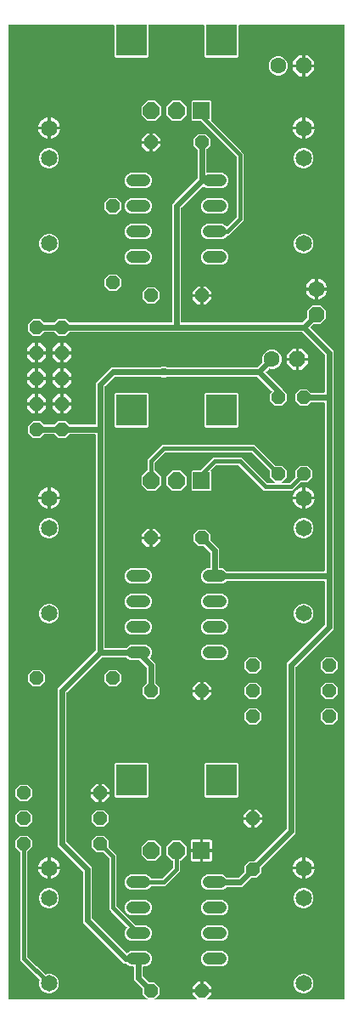
<source format=gbl>
G04 EAGLE Gerber RS-274X export*
G75*
%MOMM*%
%FSLAX34Y34*%
%LPD*%
%INBottom Copper*%
%IPPOS*%
%AMOC8*
5,1,8,0,0,1.08239X$1,22.5*%
G01*
%ADD10C,1.208000*%
%ADD11C,1.650000*%
%ADD12R,1.676400X1.676400*%
%ADD13P,1.814519X8X292.500000*%
%ADD14R,3.116000X3.116000*%
%ADD15P,1.732040X8X22.500000*%
%ADD16C,1.600200*%
%ADD17P,1.429621X8X292.500000*%
%ADD18P,1.429621X8X22.500000*%
%ADD19P,1.429621X8X202.500000*%
%ADD20P,1.429621X8X112.500000*%
%ADD21P,1.539592X8X292.500000*%
%ADD22P,1.732040X8X292.500000*%
%ADD23C,0.609600*%
%ADD24C,0.756400*%
%ADD25C,0.406400*%

G36*
X148026Y10172D02*
X148026Y10172D01*
X148098Y10174D01*
X148147Y10192D01*
X148198Y10200D01*
X148262Y10234D01*
X148329Y10259D01*
X148370Y10291D01*
X148416Y10316D01*
X148465Y10368D01*
X148521Y10412D01*
X148549Y10456D01*
X148585Y10494D01*
X148615Y10559D01*
X148654Y10619D01*
X148667Y10670D01*
X148689Y10717D01*
X148697Y10788D01*
X148714Y10858D01*
X148710Y10910D01*
X148716Y10961D01*
X148701Y11032D01*
X148695Y11103D01*
X148675Y11151D01*
X148664Y11202D01*
X148627Y11263D01*
X148599Y11329D01*
X148554Y11385D01*
X148537Y11413D01*
X148520Y11428D01*
X148494Y11460D01*
X144271Y15683D01*
X144271Y20397D01*
X144257Y20487D01*
X144249Y20578D01*
X144237Y20607D01*
X144232Y20639D01*
X144189Y20720D01*
X144153Y20804D01*
X144127Y20836D01*
X144116Y20857D01*
X144093Y20879D01*
X144048Y20935D01*
X135127Y29856D01*
X135127Y42474D01*
X135124Y42494D01*
X135126Y42513D01*
X135104Y42615D01*
X135088Y42717D01*
X135078Y42734D01*
X135074Y42754D01*
X135021Y42843D01*
X134972Y42934D01*
X134958Y42948D01*
X134948Y42965D01*
X134869Y43032D01*
X134794Y43104D01*
X134776Y43112D01*
X134761Y43125D01*
X134665Y43164D01*
X134571Y43207D01*
X134551Y43209D01*
X134533Y43217D01*
X134366Y43235D01*
X132155Y43235D01*
X129375Y44387D01*
X127758Y46004D01*
X127684Y46057D01*
X127614Y46117D01*
X127584Y46129D01*
X127558Y46148D01*
X127471Y46175D01*
X127386Y46209D01*
X127345Y46213D01*
X127323Y46220D01*
X127291Y46219D01*
X127219Y46227D01*
X125106Y46227D01*
X84327Y87006D01*
X84327Y137491D01*
X84313Y137581D01*
X84305Y137672D01*
X84293Y137701D01*
X84288Y137733D01*
X84245Y137814D01*
X84209Y137898D01*
X84183Y137930D01*
X84172Y137951D01*
X84149Y137973D01*
X84104Y138029D01*
X58927Y163206D01*
X58927Y319394D01*
X96804Y357271D01*
X96857Y357345D01*
X96917Y357415D01*
X96929Y357445D01*
X96948Y357471D01*
X96975Y357558D01*
X97009Y357643D01*
X97013Y357684D01*
X97020Y357706D01*
X97019Y357738D01*
X97027Y357809D01*
X97027Y572516D01*
X97024Y572536D01*
X97026Y572555D01*
X97004Y572657D01*
X96988Y572759D01*
X96978Y572776D01*
X96974Y572796D01*
X96921Y572885D01*
X96872Y572976D01*
X96858Y572990D01*
X96848Y573007D01*
X96769Y573074D01*
X96694Y573146D01*
X96676Y573154D01*
X96661Y573167D01*
X96565Y573206D01*
X96471Y573249D01*
X96451Y573251D01*
X96433Y573259D01*
X96266Y573277D01*
X71457Y573277D01*
X71367Y573263D01*
X71276Y573255D01*
X71246Y573243D01*
X71214Y573238D01*
X71133Y573195D01*
X71049Y573159D01*
X71017Y573133D01*
X70997Y573122D01*
X70974Y573099D01*
X70918Y573054D01*
X67077Y569213D01*
X59923Y569213D01*
X56082Y573054D01*
X56008Y573107D01*
X55938Y573167D01*
X55908Y573179D01*
X55882Y573198D01*
X55795Y573225D01*
X55710Y573259D01*
X55669Y573263D01*
X55647Y573270D01*
X55615Y573269D01*
X55543Y573277D01*
X46057Y573277D01*
X45967Y573263D01*
X45876Y573255D01*
X45846Y573243D01*
X45814Y573238D01*
X45733Y573195D01*
X45649Y573159D01*
X45617Y573133D01*
X45597Y573122D01*
X45574Y573099D01*
X45518Y573054D01*
X41677Y569213D01*
X34523Y569213D01*
X29463Y574273D01*
X29463Y581427D01*
X34523Y586487D01*
X41677Y586487D01*
X45518Y582646D01*
X45592Y582593D01*
X45662Y582533D01*
X45692Y582521D01*
X45718Y582502D01*
X45805Y582475D01*
X45890Y582441D01*
X45931Y582437D01*
X45953Y582430D01*
X45985Y582431D01*
X46057Y582423D01*
X55543Y582423D01*
X55633Y582437D01*
X55724Y582445D01*
X55754Y582457D01*
X55786Y582462D01*
X55867Y582505D01*
X55951Y582541D01*
X55983Y582567D01*
X56003Y582578D01*
X56026Y582601D01*
X56082Y582646D01*
X59923Y586487D01*
X67077Y586487D01*
X70918Y582646D01*
X70992Y582593D01*
X71062Y582533D01*
X71092Y582521D01*
X71118Y582502D01*
X71205Y582475D01*
X71290Y582441D01*
X71331Y582437D01*
X71353Y582430D01*
X71385Y582431D01*
X71457Y582423D01*
X96266Y582423D01*
X96286Y582426D01*
X96305Y582424D01*
X96407Y582446D01*
X96509Y582462D01*
X96526Y582472D01*
X96546Y582476D01*
X96635Y582529D01*
X96726Y582578D01*
X96740Y582592D01*
X96757Y582602D01*
X96824Y582681D01*
X96896Y582756D01*
X96904Y582774D01*
X96917Y582789D01*
X96956Y582885D01*
X96999Y582979D01*
X97001Y582999D01*
X97009Y583017D01*
X97027Y583184D01*
X97027Y624194D01*
X112406Y639573D01*
X161853Y639573D01*
X161943Y639587D01*
X162034Y639595D01*
X162063Y639607D01*
X162095Y639612D01*
X162176Y639655D01*
X162260Y639691D01*
X162292Y639717D01*
X162313Y639728D01*
X162335Y639751D01*
X162391Y639796D01*
X162902Y640307D01*
X167298Y640307D01*
X167809Y639796D01*
X167883Y639743D01*
X167953Y639683D01*
X167983Y639671D01*
X168009Y639652D01*
X168096Y639625D01*
X168181Y639591D01*
X168222Y639587D01*
X168244Y639580D01*
X168276Y639581D01*
X168347Y639573D01*
X258141Y639573D01*
X258231Y639587D01*
X258322Y639595D01*
X258351Y639607D01*
X258383Y639612D01*
X258464Y639655D01*
X258548Y639691D01*
X258580Y639717D01*
X258601Y639728D01*
X258623Y639751D01*
X258679Y639796D01*
X263506Y644622D01*
X263573Y644717D01*
X263644Y644811D01*
X263646Y644817D01*
X263649Y644822D01*
X263683Y644933D01*
X263720Y645045D01*
X263720Y645051D01*
X263721Y645057D01*
X263718Y645174D01*
X263717Y645291D01*
X263715Y645298D01*
X263715Y645303D01*
X263709Y645321D01*
X263671Y645452D01*
X263524Y645805D01*
X263524Y649595D01*
X264974Y653096D01*
X267654Y655776D01*
X271155Y657226D01*
X274945Y657226D01*
X278446Y655776D01*
X281126Y653096D01*
X282576Y649595D01*
X282576Y645805D01*
X281126Y642304D01*
X278446Y639624D01*
X274945Y638174D01*
X271155Y638174D01*
X270802Y638321D01*
X270689Y638347D01*
X270575Y638376D01*
X270569Y638375D01*
X270563Y638377D01*
X270446Y638366D01*
X270330Y638357D01*
X270324Y638354D01*
X270318Y638354D01*
X270210Y638306D01*
X270103Y638260D01*
X270098Y638256D01*
X270093Y638254D01*
X270079Y638241D01*
X269972Y638156D01*
X267355Y635538D01*
X267344Y635522D01*
X267328Y635510D01*
X267272Y635422D01*
X267212Y635339D01*
X267206Y635320D01*
X267195Y635303D01*
X267170Y635202D01*
X267139Y635103D01*
X267140Y635084D01*
X267135Y635064D01*
X267143Y634961D01*
X267146Y634858D01*
X267152Y634839D01*
X267154Y634819D01*
X267194Y634724D01*
X267230Y634627D01*
X267243Y634611D01*
X267250Y634593D01*
X267355Y634462D01*
X283973Y617844D01*
X283973Y616838D01*
X283987Y616748D01*
X283995Y616657D01*
X284007Y616628D01*
X284012Y616596D01*
X284055Y616515D01*
X284091Y616431D01*
X284117Y616399D01*
X284128Y616378D01*
X284151Y616356D01*
X284196Y616300D01*
X287529Y612967D01*
X287529Y606233D01*
X282767Y601471D01*
X276033Y601471D01*
X271271Y606233D01*
X271271Y612967D01*
X273055Y614751D01*
X273067Y614767D01*
X273083Y614780D01*
X273139Y614867D01*
X273199Y614951D01*
X273205Y614970D01*
X273216Y614987D01*
X273241Y615087D01*
X273271Y615186D01*
X273271Y615206D01*
X273276Y615225D01*
X273268Y615328D01*
X273265Y615432D01*
X273258Y615451D01*
X273257Y615470D01*
X273216Y615565D01*
X273181Y615663D01*
X273168Y615679D01*
X273160Y615697D01*
X273055Y615828D01*
X258679Y630204D01*
X258605Y630257D01*
X258535Y630317D01*
X258505Y630329D01*
X258479Y630348D01*
X258392Y630375D01*
X258307Y630409D01*
X258266Y630413D01*
X258244Y630420D01*
X258212Y630419D01*
X258141Y630427D01*
X168347Y630427D01*
X168257Y630413D01*
X168166Y630405D01*
X168137Y630393D01*
X168105Y630388D01*
X168024Y630345D01*
X167940Y630309D01*
X167908Y630283D01*
X167887Y630272D01*
X167865Y630249D01*
X167809Y630204D01*
X167298Y629693D01*
X162902Y629693D01*
X162391Y630204D01*
X162317Y630257D01*
X162247Y630317D01*
X162217Y630329D01*
X162191Y630348D01*
X162104Y630375D01*
X162019Y630409D01*
X161978Y630413D01*
X161956Y630420D01*
X161924Y630419D01*
X161853Y630427D01*
X116509Y630427D01*
X116419Y630413D01*
X116328Y630405D01*
X116299Y630393D01*
X116267Y630388D01*
X116186Y630345D01*
X116102Y630309D01*
X116070Y630283D01*
X116049Y630272D01*
X116027Y630249D01*
X115971Y630204D01*
X106396Y620629D01*
X106343Y620555D01*
X106283Y620485D01*
X106271Y620455D01*
X106252Y620429D01*
X106225Y620342D01*
X106191Y620257D01*
X106187Y620216D01*
X106180Y620194D01*
X106181Y620162D01*
X106173Y620091D01*
X106173Y360934D01*
X106176Y360914D01*
X106174Y360895D01*
X106196Y360793D01*
X106212Y360691D01*
X106222Y360674D01*
X106226Y360654D01*
X106279Y360565D01*
X106328Y360474D01*
X106342Y360460D01*
X106352Y360443D01*
X106431Y360376D01*
X106506Y360304D01*
X106524Y360296D01*
X106539Y360283D01*
X106635Y360244D01*
X106729Y360201D01*
X106749Y360199D01*
X106767Y360191D01*
X106934Y360173D01*
X127219Y360173D01*
X127309Y360187D01*
X127400Y360195D01*
X127430Y360207D01*
X127462Y360212D01*
X127543Y360255D01*
X127627Y360291D01*
X127659Y360317D01*
X127679Y360328D01*
X127702Y360351D01*
X127758Y360396D01*
X129375Y362013D01*
X132155Y363165D01*
X147245Y363165D01*
X150025Y362013D01*
X152153Y359885D01*
X153305Y357105D01*
X153305Y354095D01*
X152153Y351315D01*
X151841Y351003D01*
X151829Y350986D01*
X151814Y350974D01*
X151757Y350887D01*
X151697Y350803D01*
X151691Y350784D01*
X151681Y350767D01*
X151655Y350667D01*
X151625Y350568D01*
X151625Y350548D01*
X151621Y350529D01*
X151629Y350426D01*
X151631Y350322D01*
X151638Y350303D01*
X151640Y350283D01*
X151680Y350189D01*
X151716Y350091D01*
X151728Y350075D01*
X151736Y350057D01*
X151820Y349952D01*
X151822Y349949D01*
X151824Y349947D01*
X151841Y349926D01*
X154071Y347696D01*
X156973Y344794D01*
X156973Y324738D01*
X156987Y324648D01*
X156995Y324557D01*
X157007Y324528D01*
X157012Y324496D01*
X157055Y324415D01*
X157091Y324331D01*
X157117Y324299D01*
X157128Y324278D01*
X157151Y324256D01*
X157196Y324200D01*
X160529Y320867D01*
X160529Y314133D01*
X155767Y309371D01*
X149033Y309371D01*
X144271Y314133D01*
X144271Y320867D01*
X147604Y324200D01*
X147657Y324274D01*
X147717Y324343D01*
X147729Y324374D01*
X147748Y324400D01*
X147775Y324487D01*
X147809Y324572D01*
X147813Y324613D01*
X147820Y324635D01*
X147819Y324667D01*
X147827Y324738D01*
X147827Y340691D01*
X147813Y340781D01*
X147805Y340872D01*
X147793Y340901D01*
X147788Y340933D01*
X147745Y341014D01*
X147709Y341098D01*
X147683Y341130D01*
X147672Y341151D01*
X147649Y341173D01*
X147604Y341229D01*
X141021Y347812D01*
X140947Y347865D01*
X140877Y347925D01*
X140847Y347937D01*
X140821Y347956D01*
X140734Y347983D01*
X140649Y348017D01*
X140608Y348021D01*
X140586Y348028D01*
X140554Y348027D01*
X140483Y348035D01*
X132155Y348035D01*
X129375Y349187D01*
X127758Y350804D01*
X127684Y350857D01*
X127614Y350917D01*
X127584Y350929D01*
X127558Y350948D01*
X127471Y350975D01*
X127386Y351009D01*
X127345Y351013D01*
X127323Y351020D01*
X127291Y351019D01*
X127219Y351027D01*
X103809Y351027D01*
X103719Y351013D01*
X103628Y351005D01*
X103599Y350993D01*
X103567Y350988D01*
X103486Y350945D01*
X103402Y350909D01*
X103370Y350883D01*
X103349Y350872D01*
X103327Y350849D01*
X103271Y350804D01*
X68296Y315829D01*
X68243Y315755D01*
X68183Y315685D01*
X68171Y315655D01*
X68152Y315629D01*
X68125Y315542D01*
X68091Y315457D01*
X68087Y315416D01*
X68080Y315394D01*
X68081Y315362D01*
X68073Y315291D01*
X68073Y167309D01*
X68087Y167219D01*
X68095Y167128D01*
X68107Y167099D01*
X68112Y167067D01*
X68155Y166986D01*
X68191Y166902D01*
X68217Y166870D01*
X68228Y166849D01*
X68251Y166827D01*
X68296Y166771D01*
X93473Y141594D01*
X93473Y91109D01*
X93487Y91019D01*
X93495Y90928D01*
X93507Y90899D01*
X93512Y90867D01*
X93555Y90786D01*
X93591Y90702D01*
X93617Y90670D01*
X93628Y90649D01*
X93651Y90627D01*
X93696Y90571D01*
X127676Y56591D01*
X127692Y56579D01*
X127705Y56564D01*
X127792Y56507D01*
X127876Y56447D01*
X127895Y56441D01*
X127912Y56431D01*
X128012Y56405D01*
X128111Y56375D01*
X128131Y56375D01*
X128150Y56371D01*
X128253Y56379D01*
X128357Y56381D01*
X128376Y56388D01*
X128395Y56390D01*
X128490Y56430D01*
X128588Y56466D01*
X128603Y56478D01*
X128622Y56486D01*
X128753Y56591D01*
X129375Y57213D01*
X132155Y58365D01*
X147245Y58365D01*
X150025Y57213D01*
X152153Y55085D01*
X153305Y52305D01*
X153305Y49295D01*
X152153Y46515D01*
X150025Y44387D01*
X147245Y43235D01*
X145034Y43235D01*
X145014Y43232D01*
X144995Y43234D01*
X144893Y43212D01*
X144791Y43196D01*
X144774Y43186D01*
X144754Y43182D01*
X144665Y43129D01*
X144574Y43080D01*
X144560Y43066D01*
X144543Y43056D01*
X144476Y42977D01*
X144404Y42902D01*
X144396Y42884D01*
X144383Y42869D01*
X144344Y42773D01*
X144301Y42679D01*
X144299Y42659D01*
X144291Y42641D01*
X144273Y42474D01*
X144273Y33959D01*
X144287Y33869D01*
X144295Y33778D01*
X144307Y33749D01*
X144312Y33717D01*
X144355Y33636D01*
X144391Y33552D01*
X144417Y33520D01*
X144428Y33499D01*
X144451Y33477D01*
X144496Y33421D01*
X150515Y27402D01*
X150589Y27349D01*
X150659Y27289D01*
X150689Y27277D01*
X150715Y27258D01*
X150802Y27231D01*
X150887Y27197D01*
X150928Y27193D01*
X150950Y27186D01*
X150982Y27187D01*
X151053Y27179D01*
X155767Y27179D01*
X160529Y22417D01*
X160529Y15683D01*
X156306Y11460D01*
X156264Y11402D01*
X156215Y11350D01*
X156193Y11303D01*
X156162Y11261D01*
X156141Y11192D01*
X156111Y11127D01*
X156105Y11075D01*
X156090Y11025D01*
X156092Y10954D01*
X156084Y10883D01*
X156095Y10832D01*
X156096Y10780D01*
X156121Y10712D01*
X156136Y10642D01*
X156163Y10597D01*
X156181Y10549D01*
X156226Y10493D01*
X156263Y10431D01*
X156302Y10397D01*
X156335Y10357D01*
X156395Y10318D01*
X156449Y10271D01*
X156498Y10252D01*
X156542Y10224D01*
X156611Y10206D01*
X156678Y10179D01*
X156749Y10171D01*
X156780Y10163D01*
X156803Y10165D01*
X156844Y10161D01*
X197319Y10161D01*
X197390Y10172D01*
X197461Y10174D01*
X197510Y10192D01*
X197562Y10200D01*
X197625Y10234D01*
X197692Y10259D01*
X197733Y10291D01*
X197779Y10316D01*
X197828Y10368D01*
X197884Y10412D01*
X197913Y10456D01*
X197948Y10494D01*
X197979Y10559D01*
X198017Y10619D01*
X198030Y10670D01*
X198052Y10717D01*
X198060Y10788D01*
X198077Y10858D01*
X198073Y10910D01*
X198079Y10961D01*
X198064Y11032D01*
X198058Y11103D01*
X198038Y11151D01*
X198027Y11202D01*
X197990Y11263D01*
X197962Y11329D01*
X197917Y11385D01*
X197901Y11413D01*
X197883Y11428D01*
X197857Y11460D01*
X194055Y15262D01*
X194055Y17527D01*
X202438Y17527D01*
X202458Y17530D01*
X202477Y17528D01*
X202579Y17550D01*
X202681Y17567D01*
X202698Y17576D01*
X202718Y17580D01*
X202807Y17633D01*
X202898Y17682D01*
X202912Y17696D01*
X202929Y17706D01*
X202996Y17785D01*
X203067Y17860D01*
X203076Y17878D01*
X203089Y17893D01*
X203127Y17989D01*
X203171Y18083D01*
X203173Y18103D01*
X203181Y18121D01*
X203199Y18288D01*
X203199Y19051D01*
X203201Y19051D01*
X203201Y18288D01*
X203204Y18268D01*
X203202Y18249D01*
X203224Y18147D01*
X203241Y18045D01*
X203250Y18028D01*
X203254Y18008D01*
X203307Y17919D01*
X203356Y17828D01*
X203370Y17814D01*
X203380Y17797D01*
X203459Y17730D01*
X203534Y17659D01*
X203552Y17650D01*
X203567Y17637D01*
X203663Y17598D01*
X203757Y17555D01*
X203777Y17553D01*
X203795Y17545D01*
X203962Y17527D01*
X212345Y17527D01*
X212345Y15262D01*
X208543Y11460D01*
X208501Y11402D01*
X208452Y11350D01*
X208430Y11303D01*
X208399Y11261D01*
X208378Y11192D01*
X208348Y11127D01*
X208342Y11075D01*
X208327Y11025D01*
X208329Y10954D01*
X208321Y10883D01*
X208332Y10832D01*
X208333Y10780D01*
X208358Y10712D01*
X208373Y10642D01*
X208400Y10597D01*
X208418Y10549D01*
X208463Y10493D01*
X208499Y10431D01*
X208539Y10397D01*
X208571Y10357D01*
X208632Y10318D01*
X208686Y10271D01*
X208735Y10252D01*
X208778Y10224D01*
X208848Y10206D01*
X208914Y10179D01*
X208986Y10171D01*
X209017Y10163D01*
X209040Y10165D01*
X209081Y10161D01*
X344678Y10161D01*
X344698Y10164D01*
X344717Y10162D01*
X344819Y10184D01*
X344921Y10200D01*
X344938Y10210D01*
X344958Y10214D01*
X345047Y10267D01*
X345138Y10316D01*
X345152Y10330D01*
X345169Y10340D01*
X345236Y10419D01*
X345308Y10494D01*
X345316Y10512D01*
X345329Y10527D01*
X345368Y10623D01*
X345411Y10717D01*
X345413Y10737D01*
X345421Y10755D01*
X345439Y10922D01*
X345439Y979678D01*
X345436Y979698D01*
X345438Y979717D01*
X345416Y979819D01*
X345400Y979921D01*
X345390Y979938D01*
X345386Y979958D01*
X345333Y980047D01*
X345284Y980138D01*
X345270Y980152D01*
X345260Y980169D01*
X345181Y980236D01*
X345106Y980308D01*
X345088Y980316D01*
X345073Y980329D01*
X344977Y980368D01*
X344883Y980411D01*
X344863Y980413D01*
X344845Y980421D01*
X344678Y980439D01*
X240666Y980439D01*
X240646Y980436D01*
X240627Y980438D01*
X240525Y980416D01*
X240423Y980400D01*
X240406Y980390D01*
X240386Y980386D01*
X240297Y980333D01*
X240206Y980284D01*
X240192Y980270D01*
X240175Y980260D01*
X240108Y980181D01*
X240036Y980106D01*
X240028Y980088D01*
X240015Y980073D01*
X239976Y979977D01*
X239933Y979883D01*
X239931Y979863D01*
X239923Y979845D01*
X239905Y979678D01*
X239905Y948988D01*
X239012Y948095D01*
X206588Y948095D01*
X205695Y948988D01*
X205695Y979678D01*
X205692Y979698D01*
X205694Y979717D01*
X205672Y979819D01*
X205656Y979921D01*
X205646Y979938D01*
X205642Y979958D01*
X205589Y980047D01*
X205540Y980138D01*
X205526Y980152D01*
X205516Y980169D01*
X205437Y980236D01*
X205362Y980308D01*
X205344Y980316D01*
X205329Y980329D01*
X205233Y980368D01*
X205139Y980411D01*
X205119Y980413D01*
X205101Y980421D01*
X204934Y980439D01*
X150666Y980439D01*
X150646Y980436D01*
X150627Y980438D01*
X150525Y980416D01*
X150423Y980400D01*
X150406Y980390D01*
X150386Y980386D01*
X150297Y980333D01*
X150206Y980284D01*
X150192Y980270D01*
X150175Y980260D01*
X150108Y980181D01*
X150036Y980106D01*
X150028Y980088D01*
X150015Y980073D01*
X149976Y979977D01*
X149933Y979883D01*
X149931Y979863D01*
X149923Y979845D01*
X149905Y979678D01*
X149905Y948988D01*
X149012Y948095D01*
X116588Y948095D01*
X115695Y948988D01*
X115695Y979678D01*
X115692Y979698D01*
X115694Y979717D01*
X115672Y979819D01*
X115656Y979921D01*
X115646Y979938D01*
X115642Y979958D01*
X115589Y980047D01*
X115540Y980138D01*
X115526Y980152D01*
X115516Y980169D01*
X115437Y980236D01*
X115362Y980308D01*
X115344Y980316D01*
X115329Y980329D01*
X115233Y980368D01*
X115139Y980411D01*
X115119Y980413D01*
X115101Y980421D01*
X114934Y980439D01*
X10922Y980439D01*
X10902Y980436D01*
X10883Y980438D01*
X10781Y980416D01*
X10679Y980400D01*
X10662Y980390D01*
X10642Y980386D01*
X10553Y980333D01*
X10462Y980284D01*
X10448Y980270D01*
X10431Y980260D01*
X10364Y980181D01*
X10292Y980106D01*
X10284Y980088D01*
X10271Y980073D01*
X10232Y979977D01*
X10189Y979883D01*
X10187Y979863D01*
X10179Y979845D01*
X10161Y979678D01*
X10161Y10922D01*
X10164Y10902D01*
X10162Y10883D01*
X10184Y10781D01*
X10200Y10679D01*
X10210Y10662D01*
X10214Y10642D01*
X10267Y10553D01*
X10316Y10462D01*
X10330Y10448D01*
X10340Y10431D01*
X10419Y10364D01*
X10494Y10292D01*
X10512Y10284D01*
X10527Y10271D01*
X10623Y10232D01*
X10717Y10189D01*
X10737Y10187D01*
X10755Y10179D01*
X10922Y10161D01*
X147956Y10161D01*
X148026Y10172D01*
G37*
%LPC*%
G36*
X208355Y119435D02*
X208355Y119435D01*
X205575Y120587D01*
X203447Y122715D01*
X202295Y125495D01*
X202295Y128505D01*
X203447Y131285D01*
X205575Y133413D01*
X208355Y134565D01*
X223445Y134565D01*
X226225Y133413D01*
X227842Y131796D01*
X227916Y131743D01*
X227986Y131683D01*
X228016Y131671D01*
X228042Y131652D01*
X228129Y131625D01*
X228214Y131591D01*
X228255Y131587D01*
X228277Y131580D01*
X228309Y131581D01*
X228381Y131573D01*
X239091Y131573D01*
X239181Y131587D01*
X239272Y131595D01*
X239301Y131607D01*
X239333Y131612D01*
X239414Y131655D01*
X239498Y131691D01*
X239530Y131717D01*
X239551Y131728D01*
X239573Y131751D01*
X239629Y131796D01*
X245648Y137815D01*
X245701Y137889D01*
X245761Y137959D01*
X245773Y137989D01*
X245792Y138015D01*
X245819Y138102D01*
X245853Y138187D01*
X245857Y138228D01*
X245864Y138250D01*
X245863Y138282D01*
X245871Y138353D01*
X245871Y143067D01*
X250633Y147829D01*
X255347Y147829D01*
X255437Y147843D01*
X255528Y147851D01*
X255557Y147863D01*
X255589Y147868D01*
X255670Y147911D01*
X255754Y147947D01*
X255786Y147973D01*
X255807Y147984D01*
X255829Y148007D01*
X255885Y148052D01*
X287304Y179471D01*
X287357Y179545D01*
X287417Y179615D01*
X287429Y179645D01*
X287448Y179671D01*
X287475Y179758D01*
X287509Y179843D01*
X287513Y179884D01*
X287520Y179906D01*
X287519Y179938D01*
X287527Y180009D01*
X287527Y344794D01*
X325404Y382671D01*
X325452Y382737D01*
X325459Y382745D01*
X325461Y382750D01*
X325517Y382815D01*
X325529Y382845D01*
X325548Y382871D01*
X325575Y382958D01*
X325609Y383043D01*
X325613Y383084D01*
X325620Y383106D01*
X325619Y383138D01*
X325627Y383209D01*
X325627Y426466D01*
X325624Y426486D01*
X325626Y426505D01*
X325604Y426607D01*
X325588Y426709D01*
X325578Y426726D01*
X325574Y426746D01*
X325521Y426835D01*
X325472Y426926D01*
X325458Y426940D01*
X325448Y426957D01*
X325369Y427024D01*
X325294Y427096D01*
X325276Y427104D01*
X325261Y427117D01*
X325165Y427156D01*
X325071Y427199D01*
X325051Y427201D01*
X325033Y427209D01*
X324866Y427227D01*
X228381Y427227D01*
X228291Y427213D01*
X228200Y427205D01*
X228170Y427193D01*
X228138Y427188D01*
X228057Y427145D01*
X227973Y427109D01*
X227941Y427083D01*
X227921Y427072D01*
X227898Y427049D01*
X227842Y427004D01*
X226225Y425387D01*
X223445Y424235D01*
X208355Y424235D01*
X205575Y425387D01*
X203447Y427515D01*
X202295Y430295D01*
X202295Y433305D01*
X203447Y436085D01*
X205575Y438213D01*
X208355Y439365D01*
X210566Y439365D01*
X210586Y439368D01*
X210605Y439366D01*
X210707Y439388D01*
X210809Y439404D01*
X210826Y439414D01*
X210846Y439418D01*
X210935Y439471D01*
X211026Y439520D01*
X211040Y439534D01*
X211057Y439544D01*
X211124Y439623D01*
X211196Y439698D01*
X211204Y439716D01*
X211217Y439731D01*
X211256Y439827D01*
X211299Y439921D01*
X211301Y439941D01*
X211309Y439959D01*
X211327Y440126D01*
X211327Y454991D01*
X211313Y455081D01*
X211305Y455172D01*
X211293Y455201D01*
X211288Y455233D01*
X211245Y455314D01*
X211209Y455398D01*
X211183Y455430D01*
X211172Y455451D01*
X211149Y455473D01*
X211104Y455529D01*
X205085Y461548D01*
X205011Y461601D01*
X204941Y461661D01*
X204911Y461673D01*
X204885Y461692D01*
X204798Y461719D01*
X204713Y461753D01*
X204672Y461757D01*
X204650Y461764D01*
X204618Y461763D01*
X204547Y461771D01*
X199833Y461771D01*
X195071Y466533D01*
X195071Y473267D01*
X199833Y478029D01*
X206567Y478029D01*
X211329Y473267D01*
X211329Y468553D01*
X211343Y468463D01*
X211351Y468372D01*
X211363Y468343D01*
X211368Y468311D01*
X211411Y468230D01*
X211447Y468146D01*
X211473Y468114D01*
X211484Y468093D01*
X211507Y468071D01*
X211552Y468015D01*
X220473Y459094D01*
X220473Y440126D01*
X220476Y440106D01*
X220474Y440087D01*
X220496Y439985D01*
X220512Y439883D01*
X220522Y439866D01*
X220526Y439846D01*
X220579Y439757D01*
X220628Y439666D01*
X220642Y439652D01*
X220652Y439635D01*
X220731Y439568D01*
X220806Y439496D01*
X220824Y439488D01*
X220839Y439475D01*
X220935Y439436D01*
X221029Y439393D01*
X221049Y439391D01*
X221067Y439383D01*
X221234Y439365D01*
X223445Y439365D01*
X226225Y438213D01*
X227842Y436596D01*
X227916Y436543D01*
X227986Y436483D01*
X228016Y436471D01*
X228042Y436452D01*
X228129Y436425D01*
X228214Y436391D01*
X228255Y436387D01*
X228277Y436380D01*
X228309Y436381D01*
X228381Y436373D01*
X324866Y436373D01*
X324886Y436376D01*
X324905Y436374D01*
X325007Y436396D01*
X325109Y436412D01*
X325126Y436422D01*
X325146Y436426D01*
X325235Y436479D01*
X325326Y436528D01*
X325340Y436542D01*
X325357Y436552D01*
X325424Y436631D01*
X325496Y436706D01*
X325504Y436724D01*
X325517Y436739D01*
X325556Y436835D01*
X325599Y436929D01*
X325601Y436949D01*
X325609Y436967D01*
X325627Y437134D01*
X325627Y604266D01*
X325624Y604286D01*
X325626Y604305D01*
X325604Y604407D01*
X325588Y604509D01*
X325578Y604526D01*
X325574Y604546D01*
X325521Y604635D01*
X325472Y604726D01*
X325458Y604740D01*
X325448Y604757D01*
X325369Y604824D01*
X325294Y604896D01*
X325276Y604904D01*
X325261Y604917D01*
X325165Y604956D01*
X325071Y604999D01*
X325051Y605001D01*
X325033Y605009D01*
X324866Y605027D01*
X312038Y605027D01*
X311948Y605013D01*
X311857Y605005D01*
X311828Y604993D01*
X311796Y604988D01*
X311715Y604945D01*
X311631Y604909D01*
X311599Y604883D01*
X311578Y604872D01*
X311556Y604849D01*
X311500Y604804D01*
X308167Y601471D01*
X301433Y601471D01*
X296671Y606233D01*
X296671Y612967D01*
X301433Y617729D01*
X308167Y617729D01*
X311500Y614396D01*
X311574Y614343D01*
X311643Y614283D01*
X311674Y614271D01*
X311700Y614252D01*
X311787Y614225D01*
X311872Y614191D01*
X311913Y614187D01*
X311935Y614180D01*
X311967Y614181D01*
X312038Y614173D01*
X324866Y614173D01*
X324886Y614176D01*
X324905Y614174D01*
X325007Y614196D01*
X325109Y614212D01*
X325126Y614222D01*
X325146Y614226D01*
X325235Y614279D01*
X325326Y614328D01*
X325340Y614342D01*
X325357Y614352D01*
X325424Y614431D01*
X325496Y614506D01*
X325504Y614524D01*
X325517Y614539D01*
X325556Y614635D01*
X325599Y614729D01*
X325601Y614749D01*
X325609Y614767D01*
X325627Y614934D01*
X325627Y651841D01*
X325613Y651931D01*
X325605Y652022D01*
X325593Y652051D01*
X325588Y652083D01*
X325545Y652164D01*
X325509Y652248D01*
X325483Y652280D01*
X325472Y652301D01*
X325449Y652323D01*
X325404Y652379D01*
X303129Y674654D01*
X303055Y674707D01*
X302985Y674767D01*
X302955Y674779D01*
X302929Y674798D01*
X302842Y674825D01*
X302757Y674859D01*
X302716Y674863D01*
X302694Y674870D01*
X302662Y674869D01*
X302591Y674877D01*
X71457Y674877D01*
X71367Y674863D01*
X71276Y674855D01*
X71246Y674843D01*
X71214Y674838D01*
X71133Y674795D01*
X71049Y674759D01*
X71017Y674733D01*
X70997Y674722D01*
X70974Y674699D01*
X70918Y674654D01*
X67077Y670813D01*
X59923Y670813D01*
X56082Y674654D01*
X56008Y674707D01*
X55938Y674767D01*
X55908Y674779D01*
X55882Y674798D01*
X55795Y674825D01*
X55710Y674859D01*
X55669Y674863D01*
X55647Y674870D01*
X55615Y674869D01*
X55543Y674877D01*
X46057Y674877D01*
X45967Y674863D01*
X45876Y674855D01*
X45846Y674843D01*
X45814Y674838D01*
X45733Y674795D01*
X45649Y674759D01*
X45617Y674733D01*
X45597Y674722D01*
X45574Y674699D01*
X45518Y674654D01*
X41677Y670813D01*
X34523Y670813D01*
X29463Y675873D01*
X29463Y683027D01*
X34523Y688087D01*
X41677Y688087D01*
X45518Y684246D01*
X45592Y684193D01*
X45662Y684133D01*
X45692Y684121D01*
X45718Y684102D01*
X45805Y684075D01*
X45890Y684041D01*
X45931Y684037D01*
X45953Y684030D01*
X45985Y684031D01*
X46057Y684023D01*
X55543Y684023D01*
X55633Y684037D01*
X55724Y684045D01*
X55754Y684057D01*
X55786Y684062D01*
X55867Y684105D01*
X55951Y684141D01*
X55983Y684167D01*
X56003Y684178D01*
X56026Y684201D01*
X56082Y684246D01*
X59923Y688087D01*
X67077Y688087D01*
X70918Y684246D01*
X70992Y684193D01*
X71062Y684133D01*
X71092Y684121D01*
X71118Y684102D01*
X71205Y684075D01*
X71290Y684041D01*
X71331Y684037D01*
X71353Y684030D01*
X71385Y684031D01*
X71457Y684023D01*
X172466Y684023D01*
X172486Y684026D01*
X172505Y684024D01*
X172607Y684046D01*
X172709Y684062D01*
X172726Y684072D01*
X172746Y684076D01*
X172835Y684129D01*
X172926Y684178D01*
X172940Y684192D01*
X172957Y684202D01*
X173024Y684281D01*
X173096Y684356D01*
X173104Y684374D01*
X173117Y684389D01*
X173156Y684485D01*
X173199Y684579D01*
X173201Y684599D01*
X173209Y684617D01*
X173227Y684784D01*
X173227Y801994D01*
X176129Y804896D01*
X198404Y827171D01*
X198457Y827245D01*
X198517Y827315D01*
X198529Y827345D01*
X198548Y827371D01*
X198575Y827458D01*
X198609Y827543D01*
X198613Y827584D01*
X198620Y827606D01*
X198619Y827638D01*
X198627Y827709D01*
X198627Y856362D01*
X198613Y856452D01*
X198605Y856543D01*
X198593Y856572D01*
X198588Y856604D01*
X198545Y856685D01*
X198509Y856769D01*
X198483Y856801D01*
X198472Y856822D01*
X198449Y856844D01*
X198404Y856900D01*
X195071Y860233D01*
X195071Y866967D01*
X199833Y871729D01*
X206567Y871729D01*
X211329Y866967D01*
X211329Y860233D01*
X207996Y856900D01*
X207943Y856826D01*
X207883Y856757D01*
X207871Y856726D01*
X207852Y856700D01*
X207825Y856613D01*
X207791Y856528D01*
X207787Y856487D01*
X207780Y856465D01*
X207781Y856433D01*
X207773Y856362D01*
X207773Y833826D01*
X207775Y833809D01*
X207774Y833794D01*
X207774Y833791D01*
X207774Y833787D01*
X207796Y833685D01*
X207812Y833583D01*
X207822Y833566D01*
X207826Y833546D01*
X207879Y833457D01*
X207928Y833366D01*
X207942Y833352D01*
X207952Y833335D01*
X208031Y833268D01*
X208106Y833196D01*
X208124Y833188D01*
X208139Y833175D01*
X208235Y833136D01*
X208329Y833093D01*
X208349Y833091D01*
X208367Y833083D01*
X208534Y833065D01*
X223445Y833065D01*
X226225Y831913D01*
X228353Y829785D01*
X229505Y827005D01*
X229505Y823995D01*
X228353Y821215D01*
X226225Y819087D01*
X223445Y817935D01*
X208355Y817935D01*
X205575Y819087D01*
X204953Y819709D01*
X204936Y819721D01*
X204924Y819736D01*
X204837Y819792D01*
X204753Y819853D01*
X204734Y819859D01*
X204717Y819869D01*
X204617Y819895D01*
X204518Y819925D01*
X204498Y819925D01*
X204479Y819929D01*
X204376Y819921D01*
X204272Y819919D01*
X204253Y819912D01*
X204233Y819910D01*
X204139Y819870D01*
X204041Y819834D01*
X204025Y819822D01*
X204007Y819814D01*
X203876Y819709D01*
X182596Y798429D01*
X182543Y798355D01*
X182483Y798285D01*
X182471Y798255D01*
X182452Y798229D01*
X182425Y798142D01*
X182391Y798057D01*
X182387Y798016D01*
X182380Y797994D01*
X182381Y797962D01*
X182373Y797891D01*
X182373Y684784D01*
X182376Y684764D01*
X182374Y684745D01*
X182396Y684643D01*
X182412Y684541D01*
X182422Y684524D01*
X182426Y684504D01*
X182479Y684415D01*
X182528Y684324D01*
X182542Y684310D01*
X182552Y684293D01*
X182631Y684226D01*
X182706Y684154D01*
X182724Y684146D01*
X182739Y684133D01*
X182835Y684094D01*
X182929Y684051D01*
X182949Y684049D01*
X182967Y684041D01*
X183134Y684023D01*
X302591Y684023D01*
X302681Y684037D01*
X302772Y684045D01*
X302801Y684057D01*
X302833Y684062D01*
X302914Y684105D01*
X302998Y684141D01*
X303030Y684167D01*
X303051Y684178D01*
X303073Y684201D01*
X303129Y684246D01*
X307751Y688868D01*
X307804Y688942D01*
X307864Y689012D01*
X307876Y689042D01*
X307895Y689068D01*
X307922Y689155D01*
X307956Y689240D01*
X307960Y689281D01*
X307967Y689303D01*
X307966Y689335D01*
X307974Y689406D01*
X307974Y696096D01*
X313554Y701676D01*
X321446Y701676D01*
X327026Y696096D01*
X327026Y688204D01*
X321446Y682624D01*
X314756Y682624D01*
X314666Y682610D01*
X314575Y682602D01*
X314546Y682590D01*
X314514Y682585D01*
X314433Y682542D01*
X314349Y682506D01*
X314317Y682480D01*
X314296Y682469D01*
X314274Y682446D01*
X314218Y682401D01*
X311805Y679988D01*
X311793Y679972D01*
X311778Y679960D01*
X311722Y679872D01*
X311662Y679789D01*
X311656Y679770D01*
X311645Y679753D01*
X311620Y679652D01*
X311589Y679553D01*
X311590Y679534D01*
X311585Y679514D01*
X311593Y679411D01*
X311596Y679308D01*
X311602Y679289D01*
X311604Y679269D01*
X311644Y679174D01*
X311680Y679077D01*
X311693Y679061D01*
X311700Y679043D01*
X311805Y678912D01*
X331871Y658846D01*
X334773Y655944D01*
X334773Y379106D01*
X296896Y341229D01*
X296843Y341155D01*
X296783Y341085D01*
X296771Y341055D01*
X296752Y341029D01*
X296725Y340942D01*
X296691Y340857D01*
X296687Y340816D01*
X296680Y340794D01*
X296681Y340762D01*
X296673Y340691D01*
X296673Y175906D01*
X293771Y173004D01*
X262352Y141585D01*
X262299Y141511D01*
X262239Y141441D01*
X262227Y141411D01*
X262208Y141385D01*
X262181Y141298D01*
X262147Y141213D01*
X262143Y141172D01*
X262136Y141150D01*
X262137Y141118D01*
X262129Y141047D01*
X262129Y136333D01*
X257367Y131571D01*
X252653Y131571D01*
X252563Y131557D01*
X252472Y131549D01*
X252443Y131537D01*
X252411Y131532D01*
X252330Y131489D01*
X252246Y131453D01*
X252214Y131427D01*
X252193Y131416D01*
X252171Y131393D01*
X252115Y131348D01*
X243194Y122427D01*
X228381Y122427D01*
X228291Y122413D01*
X228200Y122405D01*
X228170Y122393D01*
X228138Y122388D01*
X228057Y122345D01*
X227973Y122309D01*
X227941Y122283D01*
X227921Y122272D01*
X227898Y122249D01*
X227842Y122204D01*
X226225Y120587D01*
X223445Y119435D01*
X208355Y119435D01*
G37*
%LPD*%
%LPC*%
G36*
X148696Y516993D02*
X148696Y516993D01*
X142893Y522796D01*
X142893Y531004D01*
X148620Y536731D01*
X148673Y536804D01*
X148733Y536874D01*
X148745Y536904D01*
X148764Y536930D01*
X148791Y537017D01*
X148825Y537102D01*
X148829Y537143D01*
X148836Y537165D01*
X148835Y537198D01*
X148843Y537269D01*
X148843Y547573D01*
X163627Y562357D01*
X255473Y562357D01*
X257780Y560050D01*
X276078Y541752D01*
X276152Y541699D01*
X276222Y541639D01*
X276252Y541627D01*
X276278Y541608D01*
X276365Y541581D01*
X276450Y541547D01*
X276491Y541543D01*
X276513Y541536D01*
X276545Y541537D01*
X276617Y541529D01*
X282767Y541529D01*
X287529Y536767D01*
X287529Y530033D01*
X283052Y525556D01*
X283010Y525498D01*
X282961Y525446D01*
X282939Y525399D01*
X282908Y525357D01*
X282887Y525288D01*
X282857Y525223D01*
X282851Y525171D01*
X282836Y525121D01*
X282838Y525050D01*
X282830Y524979D01*
X282841Y524928D01*
X282842Y524876D01*
X282867Y524808D01*
X282882Y524738D01*
X282909Y524693D01*
X282927Y524645D01*
X282972Y524589D01*
X283009Y524527D01*
X283048Y524493D01*
X283081Y524453D01*
X283141Y524414D01*
X283195Y524367D01*
X283244Y524348D01*
X283288Y524320D01*
X283357Y524302D01*
X283424Y524275D01*
X283495Y524267D01*
X283526Y524259D01*
X283549Y524261D01*
X283590Y524257D01*
X290311Y524257D01*
X290402Y524271D01*
X290492Y524279D01*
X290522Y524291D01*
X290554Y524296D01*
X290635Y524339D01*
X290719Y524375D01*
X290751Y524401D01*
X290772Y524412D01*
X290794Y524435D01*
X290850Y524480D01*
X296448Y530078D01*
X296501Y530152D01*
X296561Y530222D01*
X296573Y530252D01*
X296592Y530278D01*
X296619Y530365D01*
X296653Y530450D01*
X296657Y530491D01*
X296664Y530513D01*
X296663Y530545D01*
X296671Y530617D01*
X296671Y536767D01*
X301433Y541529D01*
X308167Y541529D01*
X312929Y536767D01*
X312929Y530033D01*
X308167Y525271D01*
X302017Y525271D01*
X301926Y525257D01*
X301836Y525249D01*
X301806Y525237D01*
X301774Y525232D01*
X301693Y525189D01*
X301609Y525153D01*
X301577Y525127D01*
X301556Y525116D01*
X301534Y525093D01*
X301478Y525048D01*
X293573Y517143D01*
X265227Y517143D01*
X240050Y542320D01*
X239976Y542373D01*
X239906Y542433D01*
X239876Y542445D01*
X239850Y542464D01*
X239763Y542491D01*
X239678Y542525D01*
X239637Y542529D01*
X239615Y542536D01*
X239583Y542535D01*
X239511Y542543D01*
X217689Y542543D01*
X217598Y542529D01*
X217508Y542521D01*
X217478Y542509D01*
X217446Y542504D01*
X217365Y542461D01*
X217281Y542425D01*
X217249Y542399D01*
X217228Y542388D01*
X217206Y542365D01*
X217150Y542320D01*
X212263Y537433D01*
X212252Y537417D01*
X212236Y537405D01*
X212180Y537318D01*
X212120Y537234D01*
X212114Y537215D01*
X212103Y537198D01*
X212078Y537097D01*
X212048Y536999D01*
X212048Y536979D01*
X212043Y536959D01*
X212051Y536856D01*
X212054Y536753D01*
X212061Y536734D01*
X212062Y536714D01*
X212103Y536619D01*
X212138Y536522D01*
X212151Y536506D01*
X212159Y536488D01*
X212263Y536357D01*
X212707Y535914D01*
X212707Y517886D01*
X211814Y516993D01*
X193786Y516993D01*
X192893Y517886D01*
X192893Y535914D01*
X193786Y536807D01*
X201261Y536807D01*
X201352Y536821D01*
X201442Y536829D01*
X201472Y536841D01*
X201504Y536846D01*
X201585Y536889D01*
X201669Y536925D01*
X201701Y536951D01*
X201722Y536962D01*
X201744Y536985D01*
X201800Y537030D01*
X214427Y549657D01*
X242773Y549657D01*
X267950Y524480D01*
X268024Y524427D01*
X268094Y524367D01*
X268124Y524355D01*
X268150Y524336D01*
X268237Y524309D01*
X268322Y524275D01*
X268363Y524271D01*
X268385Y524264D01*
X268417Y524265D01*
X268489Y524257D01*
X275210Y524257D01*
X275280Y524268D01*
X275352Y524270D01*
X275401Y524288D01*
X275452Y524296D01*
X275516Y524330D01*
X275583Y524355D01*
X275624Y524387D01*
X275670Y524412D01*
X275719Y524464D01*
X275775Y524508D01*
X275803Y524552D01*
X275839Y524590D01*
X275869Y524655D01*
X275908Y524715D01*
X275921Y524766D01*
X275943Y524813D01*
X275951Y524884D01*
X275968Y524954D01*
X275964Y525006D01*
X275970Y525057D01*
X275955Y525128D01*
X275949Y525199D01*
X275929Y525247D01*
X275918Y525298D01*
X275881Y525359D01*
X275853Y525425D01*
X275808Y525481D01*
X275791Y525509D01*
X275774Y525524D01*
X275748Y525556D01*
X271271Y530033D01*
X271271Y536183D01*
X271267Y536207D01*
X271269Y536224D01*
X271255Y536287D01*
X271249Y536364D01*
X271237Y536394D01*
X271232Y536426D01*
X271221Y536446D01*
X271217Y536464D01*
X271182Y536523D01*
X271153Y536591D01*
X271127Y536623D01*
X271116Y536644D01*
X271101Y536658D01*
X271091Y536675D01*
X271074Y536690D01*
X271048Y536722D01*
X252750Y555020D01*
X252676Y555073D01*
X252606Y555133D01*
X252576Y555145D01*
X252550Y555164D01*
X252463Y555191D01*
X252378Y555225D01*
X252337Y555229D01*
X252315Y555236D01*
X252283Y555235D01*
X252211Y555243D01*
X166889Y555243D01*
X166798Y555229D01*
X166708Y555221D01*
X166678Y555209D01*
X166646Y555204D01*
X166565Y555161D01*
X166481Y555125D01*
X166449Y555099D01*
X166428Y555088D01*
X166406Y555065D01*
X166401Y555061D01*
X166400Y555060D01*
X166350Y555020D01*
X156180Y544850D01*
X156127Y544776D01*
X156067Y544706D01*
X156055Y544676D01*
X156036Y544650D01*
X156009Y544563D01*
X155975Y544478D01*
X155971Y544437D01*
X155964Y544415D01*
X155965Y544383D01*
X155957Y544311D01*
X155957Y537568D01*
X155960Y537548D01*
X155958Y537529D01*
X155980Y537427D01*
X155996Y537325D01*
X156006Y537308D01*
X156010Y537288D01*
X156063Y537199D01*
X156112Y537108D01*
X156126Y537094D01*
X156136Y537077D01*
X156215Y537010D01*
X156290Y536938D01*
X156308Y536930D01*
X156323Y536917D01*
X156419Y536878D01*
X156513Y536835D01*
X156533Y536833D01*
X156551Y536825D01*
X156718Y536807D01*
X156904Y536807D01*
X162707Y531004D01*
X162707Y522796D01*
X156904Y516993D01*
X148696Y516993D01*
G37*
%LPD*%
%LPC*%
G36*
X208355Y767135D02*
X208355Y767135D01*
X205575Y768287D01*
X203447Y770415D01*
X202295Y773195D01*
X202295Y776205D01*
X203447Y778985D01*
X205575Y781113D01*
X208355Y782265D01*
X223445Y782265D01*
X226225Y781113D01*
X227566Y779772D01*
X227582Y779761D01*
X227594Y779745D01*
X227682Y779689D01*
X227766Y779629D01*
X227785Y779623D01*
X227801Y779612D01*
X227902Y779587D01*
X228001Y779556D01*
X228021Y779557D01*
X228040Y779552D01*
X228143Y779560D01*
X228246Y779563D01*
X228265Y779570D01*
X228285Y779571D01*
X228380Y779612D01*
X228478Y779647D01*
X228493Y779660D01*
X228511Y779668D01*
X228642Y779772D01*
X237520Y788650D01*
X237573Y788724D01*
X237633Y788794D01*
X237645Y788824D01*
X237664Y788850D01*
X237691Y788937D01*
X237725Y789022D01*
X237729Y789063D01*
X237736Y789085D01*
X237735Y789117D01*
X237743Y789189D01*
X237743Y849111D01*
X237729Y849202D01*
X237721Y849292D01*
X237709Y849322D01*
X237704Y849354D01*
X237661Y849435D01*
X237625Y849519D01*
X237599Y849551D01*
X237588Y849572D01*
X237565Y849594D01*
X237520Y849650D01*
X202100Y885070D01*
X202026Y885123D01*
X201956Y885183D01*
X201926Y885195D01*
X201900Y885214D01*
X201813Y885241D01*
X201728Y885275D01*
X201687Y885279D01*
X201665Y885286D01*
X201633Y885285D01*
X201561Y885293D01*
X193786Y885293D01*
X192893Y886186D01*
X192893Y904214D01*
X193786Y905107D01*
X211814Y905107D01*
X212707Y904214D01*
X212707Y886186D01*
X212413Y885893D01*
X212402Y885877D01*
X212386Y885864D01*
X212330Y885777D01*
X212270Y885693D01*
X212264Y885674D01*
X212253Y885658D01*
X212228Y885557D01*
X212198Y885458D01*
X212198Y885438D01*
X212193Y885419D01*
X212201Y885316D01*
X212204Y885212D01*
X212211Y885194D01*
X212212Y885174D01*
X212253Y885079D01*
X212288Y884981D01*
X212301Y884966D01*
X212309Y884948D01*
X212413Y884817D01*
X242550Y854680D01*
X244857Y852373D01*
X244857Y785927D01*
X230073Y771143D01*
X229163Y771143D01*
X229049Y771125D01*
X228932Y771107D01*
X228927Y771105D01*
X228921Y771104D01*
X228818Y771049D01*
X228713Y770996D01*
X228709Y770991D01*
X228703Y770988D01*
X228623Y770904D01*
X228541Y770820D01*
X228537Y770814D01*
X228534Y770810D01*
X228526Y770793D01*
X228460Y770673D01*
X228353Y770415D01*
X226225Y768287D01*
X223445Y767135D01*
X208355Y767135D01*
G37*
%LPD*%
%LPC*%
G36*
X48856Y16425D02*
X48856Y16425D01*
X45263Y17913D01*
X42513Y20663D01*
X41025Y24256D01*
X41025Y28144D01*
X41587Y29501D01*
X41602Y29562D01*
X41643Y29740D01*
X41643Y29741D01*
X41643Y29748D01*
X41620Y29985D01*
X41620Y29986D01*
X41592Y30050D01*
X41521Y30210D01*
X41520Y30210D01*
X41520Y30211D01*
X41414Y30339D01*
X24181Y47029D01*
X24111Y47077D01*
X24047Y47133D01*
X24031Y47139D01*
X22910Y48260D01*
X22906Y48263D01*
X22901Y48269D01*
X21843Y49293D01*
X21843Y50765D01*
X21842Y50770D01*
X21843Y50777D01*
X21818Y52364D01*
X21825Y52382D01*
X21830Y52431D01*
X21838Y52457D01*
X21836Y52487D01*
X21843Y52548D01*
X21843Y156846D01*
X21829Y156936D01*
X21821Y157027D01*
X21809Y157056D01*
X21804Y157088D01*
X21761Y157169D01*
X21725Y157253D01*
X21699Y157285D01*
X21688Y157306D01*
X21665Y157328D01*
X21620Y157384D01*
X17271Y161733D01*
X17271Y168467D01*
X22033Y173229D01*
X28767Y173229D01*
X33529Y168467D01*
X33529Y161733D01*
X29180Y157384D01*
X29127Y157310D01*
X29067Y157241D01*
X29055Y157210D01*
X29036Y157184D01*
X29009Y157097D01*
X28975Y157012D01*
X28971Y156971D01*
X28964Y156949D01*
X28965Y156917D01*
X28957Y156846D01*
X28957Y52629D01*
X28972Y52533D01*
X28982Y52436D01*
X28992Y52412D01*
X28996Y52386D01*
X29042Y52301D01*
X29081Y52212D01*
X29102Y52186D01*
X29112Y52169D01*
X29136Y52146D01*
X29188Y52082D01*
X46370Y35442D01*
X46461Y35379D01*
X46550Y35312D01*
X46562Y35308D01*
X46572Y35301D01*
X46678Y35271D01*
X46784Y35236D01*
X46796Y35236D01*
X46808Y35233D01*
X46919Y35237D01*
X47030Y35239D01*
X47044Y35243D01*
X47054Y35243D01*
X47080Y35253D01*
X47191Y35285D01*
X48856Y35975D01*
X52744Y35975D01*
X56337Y34487D01*
X59087Y31737D01*
X60575Y28144D01*
X60575Y24256D01*
X59087Y20663D01*
X56337Y17913D01*
X52744Y16425D01*
X48856Y16425D01*
G37*
%LPD*%
%LPC*%
G36*
X132155Y68635D02*
X132155Y68635D01*
X129375Y69787D01*
X127247Y71915D01*
X126095Y74695D01*
X126095Y77705D01*
X127247Y80485D01*
X128278Y81516D01*
X128289Y81532D01*
X128305Y81544D01*
X128361Y81632D01*
X128421Y81716D01*
X128427Y81735D01*
X128438Y81751D01*
X128463Y81852D01*
X128494Y81951D01*
X128493Y81971D01*
X128498Y81990D01*
X128490Y82093D01*
X128487Y82196D01*
X128480Y82215D01*
X128479Y82235D01*
X128438Y82330D01*
X128403Y82428D01*
X128390Y82443D01*
X128382Y82461D01*
X128278Y82592D01*
X113050Y97820D01*
X110743Y100127D01*
X110743Y150611D01*
X110729Y150702D01*
X110721Y150792D01*
X110709Y150822D01*
X110704Y150854D01*
X110661Y150935D01*
X110625Y151019D01*
X110599Y151051D01*
X110588Y151072D01*
X110565Y151094D01*
X110520Y151150D01*
X104922Y156748D01*
X104848Y156801D01*
X104778Y156861D01*
X104748Y156873D01*
X104722Y156892D01*
X104635Y156919D01*
X104550Y156953D01*
X104509Y156957D01*
X104487Y156964D01*
X104455Y156963D01*
X104383Y156971D01*
X98233Y156971D01*
X93471Y161733D01*
X93471Y168467D01*
X98233Y173229D01*
X104967Y173229D01*
X109729Y168467D01*
X109729Y162317D01*
X109743Y162226D01*
X109751Y162136D01*
X109763Y162106D01*
X109768Y162074D01*
X109811Y161993D01*
X109847Y161909D01*
X109873Y161877D01*
X109884Y161856D01*
X109907Y161834D01*
X109952Y161778D01*
X117857Y153873D01*
X117857Y103389D01*
X117871Y103298D01*
X117879Y103208D01*
X117891Y103178D01*
X117896Y103146D01*
X117939Y103065D01*
X117975Y102981D01*
X118001Y102949D01*
X118012Y102928D01*
X118035Y102906D01*
X118080Y102850D01*
X136942Y83988D01*
X137016Y83935D01*
X137086Y83875D01*
X137116Y83863D01*
X137142Y83844D01*
X137229Y83817D01*
X137314Y83783D01*
X137355Y83779D01*
X137377Y83772D01*
X137409Y83773D01*
X137481Y83765D01*
X147245Y83765D01*
X150025Y82613D01*
X152153Y80485D01*
X153305Y77705D01*
X153305Y74695D01*
X152153Y71915D01*
X150025Y69787D01*
X147245Y68635D01*
X132155Y68635D01*
G37*
%LPD*%
%LPC*%
G36*
X116588Y579795D02*
X116588Y579795D01*
X115695Y580688D01*
X115695Y613112D01*
X116588Y614005D01*
X149012Y614005D01*
X149905Y613112D01*
X149905Y580688D01*
X149012Y579795D01*
X116588Y579795D01*
G37*
%LPD*%
%LPC*%
G36*
X206588Y579795D02*
X206588Y579795D01*
X205695Y580688D01*
X205695Y613112D01*
X206588Y614005D01*
X239012Y614005D01*
X239905Y613112D01*
X239905Y580688D01*
X239012Y579795D01*
X206588Y579795D01*
G37*
%LPD*%
%LPC*%
G36*
X206588Y211495D02*
X206588Y211495D01*
X205695Y212388D01*
X205695Y244812D01*
X206588Y245705D01*
X239012Y245705D01*
X239905Y244812D01*
X239905Y212388D01*
X239012Y211495D01*
X206588Y211495D01*
G37*
%LPD*%
%LPC*%
G36*
X116588Y211495D02*
X116588Y211495D01*
X115695Y212388D01*
X115695Y244812D01*
X116588Y245705D01*
X149012Y245705D01*
X149905Y244812D01*
X149905Y212388D01*
X149012Y211495D01*
X116588Y211495D01*
G37*
%LPD*%
%LPC*%
G36*
X132155Y119435D02*
X132155Y119435D01*
X129375Y120587D01*
X127247Y122715D01*
X126095Y125495D01*
X126095Y128505D01*
X127247Y131285D01*
X129375Y133413D01*
X132155Y134565D01*
X147245Y134565D01*
X150025Y133413D01*
X152153Y131285D01*
X152260Y131027D01*
X152321Y130928D01*
X152382Y130827D01*
X152386Y130823D01*
X152390Y130818D01*
X152479Y130744D01*
X152569Y130667D01*
X152574Y130665D01*
X152579Y130661D01*
X152687Y130619D01*
X152797Y130575D01*
X152804Y130574D01*
X152809Y130573D01*
X152827Y130572D01*
X152963Y130557D01*
X163311Y130557D01*
X163402Y130571D01*
X163492Y130579D01*
X163522Y130591D01*
X163554Y130596D01*
X163635Y130639D01*
X163719Y130675D01*
X163751Y130701D01*
X163772Y130712D01*
X163794Y130735D01*
X163850Y130780D01*
X174020Y140950D01*
X174073Y141024D01*
X174133Y141094D01*
X174145Y141124D01*
X174164Y141150D01*
X174191Y141237D01*
X174225Y141322D01*
X174229Y141363D01*
X174236Y141385D01*
X174235Y141417D01*
X174243Y141489D01*
X174243Y147932D01*
X174240Y147952D01*
X174242Y147971D01*
X174220Y148073D01*
X174204Y148175D01*
X174194Y148192D01*
X174190Y148212D01*
X174137Y148301D01*
X174088Y148392D01*
X174074Y148406D01*
X174064Y148423D01*
X173985Y148490D01*
X173910Y148562D01*
X173892Y148570D01*
X173877Y148583D01*
X173781Y148622D01*
X173757Y148633D01*
X167893Y154496D01*
X167893Y162704D01*
X173696Y168507D01*
X181904Y168507D01*
X187707Y162704D01*
X187707Y154496D01*
X181854Y148643D01*
X181838Y148640D01*
X181749Y148587D01*
X181658Y148538D01*
X181644Y148524D01*
X181627Y148514D01*
X181560Y148435D01*
X181488Y148360D01*
X181480Y148342D01*
X181467Y148327D01*
X181428Y148231D01*
X181385Y148137D01*
X181383Y148117D01*
X181375Y148099D01*
X181357Y147932D01*
X181357Y138227D01*
X166573Y123443D01*
X152963Y123443D01*
X152849Y123425D01*
X152732Y123407D01*
X152727Y123405D01*
X152721Y123404D01*
X152618Y123349D01*
X152513Y123296D01*
X152509Y123291D01*
X152503Y123288D01*
X152423Y123204D01*
X152341Y123120D01*
X152337Y123114D01*
X152334Y123110D01*
X152326Y123093D01*
X152260Y122973D01*
X152153Y122715D01*
X150025Y120587D01*
X147245Y119435D01*
X132155Y119435D01*
G37*
%LPD*%
%LPC*%
G36*
X208355Y68635D02*
X208355Y68635D01*
X205575Y69787D01*
X203447Y71915D01*
X202295Y74695D01*
X202295Y77705D01*
X203447Y80485D01*
X205575Y82613D01*
X208355Y83765D01*
X223445Y83765D01*
X226225Y82613D01*
X228353Y80485D01*
X229505Y77705D01*
X229505Y74695D01*
X228353Y71915D01*
X226225Y69787D01*
X223445Y68635D01*
X208355Y68635D01*
G37*
%LPD*%
%LPC*%
G36*
X208355Y94035D02*
X208355Y94035D01*
X205575Y95187D01*
X203447Y97315D01*
X202295Y100095D01*
X202295Y103105D01*
X203447Y105885D01*
X205575Y108013D01*
X208355Y109165D01*
X223445Y109165D01*
X226225Y108013D01*
X228353Y105885D01*
X229505Y103105D01*
X229505Y100095D01*
X228353Y97315D01*
X226225Y95187D01*
X223445Y94035D01*
X208355Y94035D01*
G37*
%LPD*%
%LPC*%
G36*
X132155Y792535D02*
X132155Y792535D01*
X129375Y793687D01*
X127247Y795815D01*
X126095Y798595D01*
X126095Y801605D01*
X127247Y804385D01*
X129375Y806513D01*
X132155Y807665D01*
X147245Y807665D01*
X150025Y806513D01*
X152153Y804385D01*
X153305Y801605D01*
X153305Y798595D01*
X152153Y795815D01*
X150025Y793687D01*
X147245Y792535D01*
X132155Y792535D01*
G37*
%LPD*%
%LPC*%
G36*
X208355Y43235D02*
X208355Y43235D01*
X205575Y44387D01*
X203447Y46515D01*
X202295Y49295D01*
X202295Y52305D01*
X203447Y55085D01*
X205575Y57213D01*
X208355Y58365D01*
X223445Y58365D01*
X226225Y57213D01*
X228353Y55085D01*
X229505Y52305D01*
X229505Y49295D01*
X228353Y46515D01*
X226225Y44387D01*
X223445Y43235D01*
X208355Y43235D01*
G37*
%LPD*%
%LPC*%
G36*
X132155Y817935D02*
X132155Y817935D01*
X129375Y819087D01*
X127247Y821215D01*
X126095Y823995D01*
X126095Y827005D01*
X127247Y829785D01*
X129375Y831913D01*
X132155Y833065D01*
X147245Y833065D01*
X150025Y831913D01*
X152153Y829785D01*
X153305Y827005D01*
X153305Y823995D01*
X152153Y821215D01*
X150025Y819087D01*
X147245Y817935D01*
X132155Y817935D01*
G37*
%LPD*%
%LPC*%
G36*
X208355Y348035D02*
X208355Y348035D01*
X205575Y349187D01*
X203447Y351315D01*
X202295Y354095D01*
X202295Y357105D01*
X203447Y359885D01*
X205575Y362013D01*
X208355Y363165D01*
X223445Y363165D01*
X226225Y362013D01*
X228353Y359885D01*
X229505Y357105D01*
X229505Y354095D01*
X228353Y351315D01*
X226225Y349187D01*
X223445Y348035D01*
X208355Y348035D01*
G37*
%LPD*%
%LPC*%
G36*
X132155Y373435D02*
X132155Y373435D01*
X129375Y374587D01*
X127247Y376715D01*
X126095Y379495D01*
X126095Y382505D01*
X127247Y385285D01*
X129375Y387413D01*
X132155Y388565D01*
X147245Y388565D01*
X150025Y387413D01*
X152153Y385285D01*
X153305Y382505D01*
X153305Y379495D01*
X152153Y376715D01*
X150025Y374587D01*
X147245Y373435D01*
X132155Y373435D01*
G37*
%LPD*%
%LPC*%
G36*
X208355Y373435D02*
X208355Y373435D01*
X205575Y374587D01*
X203447Y376715D01*
X202295Y379495D01*
X202295Y382505D01*
X203447Y385285D01*
X205575Y387413D01*
X208355Y388565D01*
X223445Y388565D01*
X226225Y387413D01*
X228353Y385285D01*
X229505Y382505D01*
X229505Y379495D01*
X228353Y376715D01*
X226225Y374587D01*
X223445Y373435D01*
X208355Y373435D01*
G37*
%LPD*%
%LPC*%
G36*
X132155Y424235D02*
X132155Y424235D01*
X129375Y425387D01*
X127247Y427515D01*
X126095Y430295D01*
X126095Y433305D01*
X127247Y436085D01*
X129375Y438213D01*
X132155Y439365D01*
X147245Y439365D01*
X150025Y438213D01*
X152153Y436085D01*
X153305Y433305D01*
X153305Y430295D01*
X152153Y427515D01*
X150025Y425387D01*
X147245Y424235D01*
X132155Y424235D01*
G37*
%LPD*%
%LPC*%
G36*
X132155Y94035D02*
X132155Y94035D01*
X129375Y95187D01*
X127247Y97315D01*
X126095Y100095D01*
X126095Y103105D01*
X127247Y105885D01*
X129375Y108013D01*
X132155Y109165D01*
X147245Y109165D01*
X150025Y108013D01*
X152153Y105885D01*
X153305Y103105D01*
X153305Y100095D01*
X152153Y97315D01*
X150025Y95187D01*
X147245Y94035D01*
X132155Y94035D01*
G37*
%LPD*%
%LPC*%
G36*
X208355Y792535D02*
X208355Y792535D01*
X205575Y793687D01*
X203447Y795815D01*
X202295Y798595D01*
X202295Y801605D01*
X203447Y804385D01*
X205575Y806513D01*
X208355Y807665D01*
X223445Y807665D01*
X226225Y806513D01*
X228353Y804385D01*
X229505Y801605D01*
X229505Y798595D01*
X228353Y795815D01*
X226225Y793687D01*
X223445Y792535D01*
X208355Y792535D01*
G37*
%LPD*%
%LPC*%
G36*
X208355Y398835D02*
X208355Y398835D01*
X205575Y399987D01*
X203447Y402115D01*
X202295Y404895D01*
X202295Y407905D01*
X203447Y410685D01*
X205575Y412813D01*
X208355Y413965D01*
X223445Y413965D01*
X226225Y412813D01*
X228353Y410685D01*
X229505Y407905D01*
X229505Y404895D01*
X228353Y402115D01*
X226225Y399987D01*
X223445Y398835D01*
X208355Y398835D01*
G37*
%LPD*%
%LPC*%
G36*
X132155Y398835D02*
X132155Y398835D01*
X129375Y399987D01*
X127247Y402115D01*
X126095Y404895D01*
X126095Y407905D01*
X127247Y410685D01*
X129375Y412813D01*
X132155Y413965D01*
X147245Y413965D01*
X150025Y412813D01*
X152153Y410685D01*
X153305Y407905D01*
X153305Y404895D01*
X152153Y402115D01*
X150025Y399987D01*
X147245Y398835D01*
X132155Y398835D01*
G37*
%LPD*%
%LPC*%
G36*
X132155Y767135D02*
X132155Y767135D01*
X129375Y768287D01*
X127247Y770415D01*
X126095Y773195D01*
X126095Y776205D01*
X127247Y778985D01*
X129375Y781113D01*
X132155Y782265D01*
X147245Y782265D01*
X150025Y781113D01*
X152153Y778985D01*
X153305Y776205D01*
X153305Y773195D01*
X152153Y770415D01*
X150025Y768287D01*
X147245Y767135D01*
X132155Y767135D01*
G37*
%LPD*%
%LPC*%
G36*
X208355Y741735D02*
X208355Y741735D01*
X205575Y742887D01*
X203447Y745015D01*
X202295Y747795D01*
X202295Y750805D01*
X203447Y753585D01*
X205575Y755713D01*
X208355Y756865D01*
X223445Y756865D01*
X226225Y755713D01*
X228353Y753585D01*
X229505Y750805D01*
X229505Y747795D01*
X228353Y745015D01*
X226225Y742887D01*
X223445Y741735D01*
X208355Y741735D01*
G37*
%LPD*%
%LPC*%
G36*
X132155Y741735D02*
X132155Y741735D01*
X129375Y742887D01*
X127247Y745015D01*
X126095Y747795D01*
X126095Y750805D01*
X127247Y753585D01*
X129375Y755713D01*
X132155Y756865D01*
X147245Y756865D01*
X150025Y755713D01*
X152153Y753585D01*
X153305Y750805D01*
X153305Y747795D01*
X152153Y745015D01*
X150025Y742887D01*
X147245Y741735D01*
X132155Y741735D01*
G37*
%LPD*%
%LPC*%
G36*
X148696Y148693D02*
X148696Y148693D01*
X142893Y154496D01*
X142893Y162704D01*
X148696Y168507D01*
X156904Y168507D01*
X162707Y162704D01*
X162707Y154496D01*
X156904Y148693D01*
X148696Y148693D01*
G37*
%LPD*%
%LPC*%
G36*
X173696Y516993D02*
X173696Y516993D01*
X167893Y522796D01*
X167893Y531004D01*
X173696Y536807D01*
X181904Y536807D01*
X187707Y531004D01*
X187707Y522796D01*
X181904Y516993D01*
X173696Y516993D01*
G37*
%LPD*%
%LPC*%
G36*
X173696Y885293D02*
X173696Y885293D01*
X167893Y891096D01*
X167893Y899304D01*
X173696Y905107D01*
X181904Y905107D01*
X187707Y899304D01*
X187707Y891096D01*
X181904Y885293D01*
X173696Y885293D01*
G37*
%LPD*%
%LPC*%
G36*
X148696Y885293D02*
X148696Y885293D01*
X142893Y891096D01*
X142893Y899304D01*
X148696Y905107D01*
X156904Y905107D01*
X162707Y899304D01*
X162707Y891096D01*
X156904Y885293D01*
X148696Y885293D01*
G37*
%LPD*%
%LPC*%
G36*
X302856Y384725D02*
X302856Y384725D01*
X299263Y386213D01*
X296513Y388963D01*
X295025Y392556D01*
X295025Y396444D01*
X296513Y400037D01*
X299263Y402787D01*
X302856Y404275D01*
X306744Y404275D01*
X310337Y402787D01*
X313087Y400037D01*
X314575Y396444D01*
X314575Y392556D01*
X313087Y388963D01*
X310337Y386213D01*
X306744Y384725D01*
X302856Y384725D01*
G37*
%LPD*%
%LPC*%
G36*
X302856Y838025D02*
X302856Y838025D01*
X299263Y839513D01*
X296513Y842263D01*
X295025Y845856D01*
X295025Y849744D01*
X296513Y853337D01*
X299263Y856087D01*
X302856Y857575D01*
X306744Y857575D01*
X310337Y856087D01*
X313087Y853337D01*
X314575Y849744D01*
X314575Y845856D01*
X313087Y842263D01*
X310337Y839513D01*
X306744Y838025D01*
X302856Y838025D01*
G37*
%LPD*%
%LPC*%
G36*
X48856Y753025D02*
X48856Y753025D01*
X45263Y754513D01*
X42513Y757263D01*
X41025Y760856D01*
X41025Y764744D01*
X42513Y768337D01*
X45263Y771087D01*
X48856Y772575D01*
X52744Y772575D01*
X56337Y771087D01*
X59087Y768337D01*
X60575Y764744D01*
X60575Y760856D01*
X59087Y757263D01*
X56337Y754513D01*
X52744Y753025D01*
X48856Y753025D01*
G37*
%LPD*%
%LPC*%
G36*
X302856Y753025D02*
X302856Y753025D01*
X299263Y754513D01*
X296513Y757263D01*
X295025Y760856D01*
X295025Y764744D01*
X296513Y768337D01*
X299263Y771087D01*
X302856Y772575D01*
X306744Y772575D01*
X310337Y771087D01*
X313087Y768337D01*
X314575Y764744D01*
X314575Y760856D01*
X313087Y757263D01*
X310337Y754513D01*
X306744Y753025D01*
X302856Y753025D01*
G37*
%LPD*%
%LPC*%
G36*
X48856Y838025D02*
X48856Y838025D01*
X45263Y839513D01*
X42513Y842263D01*
X41025Y845856D01*
X41025Y849744D01*
X42513Y853337D01*
X45263Y856087D01*
X48856Y857575D01*
X52744Y857575D01*
X56337Y856087D01*
X59087Y853337D01*
X60575Y849744D01*
X60575Y845856D01*
X59087Y842263D01*
X56337Y839513D01*
X52744Y838025D01*
X48856Y838025D01*
G37*
%LPD*%
%LPC*%
G36*
X302856Y101425D02*
X302856Y101425D01*
X299263Y102913D01*
X296513Y105663D01*
X295025Y109256D01*
X295025Y113144D01*
X296513Y116737D01*
X299263Y119487D01*
X302856Y120975D01*
X306744Y120975D01*
X310337Y119487D01*
X313087Y116737D01*
X314575Y113144D01*
X314575Y109256D01*
X313087Y105663D01*
X310337Y102913D01*
X306744Y101425D01*
X302856Y101425D01*
G37*
%LPD*%
%LPC*%
G36*
X48856Y384725D02*
X48856Y384725D01*
X45263Y386213D01*
X42513Y388963D01*
X41025Y392556D01*
X41025Y396444D01*
X42513Y400037D01*
X45263Y402787D01*
X48856Y404275D01*
X52744Y404275D01*
X56337Y402787D01*
X59087Y400037D01*
X60575Y396444D01*
X60575Y392556D01*
X59087Y388963D01*
X56337Y386213D01*
X52744Y384725D01*
X48856Y384725D01*
G37*
%LPD*%
%LPC*%
G36*
X302856Y16425D02*
X302856Y16425D01*
X299263Y17913D01*
X296513Y20663D01*
X295025Y24256D01*
X295025Y28144D01*
X296513Y31737D01*
X299263Y34487D01*
X302856Y35975D01*
X306744Y35975D01*
X310337Y34487D01*
X313087Y31737D01*
X314575Y28144D01*
X314575Y24256D01*
X313087Y20663D01*
X310337Y17913D01*
X306744Y16425D01*
X302856Y16425D01*
G37*
%LPD*%
%LPC*%
G36*
X48856Y469725D02*
X48856Y469725D01*
X45263Y471213D01*
X42513Y473963D01*
X41025Y477556D01*
X41025Y481444D01*
X42513Y485037D01*
X45263Y487787D01*
X48856Y489275D01*
X52744Y489275D01*
X56337Y487787D01*
X59087Y485037D01*
X60575Y481444D01*
X60575Y477556D01*
X59087Y473963D01*
X56337Y471213D01*
X52744Y469725D01*
X48856Y469725D01*
G37*
%LPD*%
%LPC*%
G36*
X302856Y469725D02*
X302856Y469725D01*
X299263Y471213D01*
X296513Y473963D01*
X295025Y477556D01*
X295025Y481444D01*
X296513Y485037D01*
X299263Y487787D01*
X302856Y489275D01*
X306744Y489275D01*
X310337Y487787D01*
X313087Y485037D01*
X314575Y481444D01*
X314575Y477556D01*
X313087Y473963D01*
X310337Y471213D01*
X306744Y469725D01*
X302856Y469725D01*
G37*
%LPD*%
%LPC*%
G36*
X48856Y101425D02*
X48856Y101425D01*
X45263Y102913D01*
X42513Y105663D01*
X41025Y109256D01*
X41025Y113144D01*
X42513Y116737D01*
X45263Y119487D01*
X48856Y120975D01*
X52744Y120975D01*
X56337Y119487D01*
X59087Y116737D01*
X60575Y113144D01*
X60575Y109256D01*
X59087Y105663D01*
X56337Y102913D01*
X52744Y101425D01*
X48856Y101425D01*
G37*
%LPD*%
%LPC*%
G36*
X277505Y930274D02*
X277505Y930274D01*
X274004Y931724D01*
X271324Y934404D01*
X269874Y937905D01*
X269874Y941695D01*
X271324Y945196D01*
X274004Y947876D01*
X277505Y949326D01*
X281295Y949326D01*
X284796Y947876D01*
X287476Y945196D01*
X288926Y941695D01*
X288926Y937905D01*
X287476Y934404D01*
X284796Y931724D01*
X281295Y930274D01*
X277505Y930274D01*
G37*
%LPD*%
%LPC*%
G36*
X22033Y182371D02*
X22033Y182371D01*
X17271Y187133D01*
X17271Y193867D01*
X22033Y198629D01*
X28767Y198629D01*
X33529Y193867D01*
X33529Y187133D01*
X28767Y182371D01*
X22033Y182371D01*
G37*
%LPD*%
%LPC*%
G36*
X250633Y334771D02*
X250633Y334771D01*
X245871Y339533D01*
X245871Y346267D01*
X250633Y351029D01*
X257367Y351029D01*
X262129Y346267D01*
X262129Y339533D01*
X257367Y334771D01*
X250633Y334771D01*
G37*
%LPD*%
%LPC*%
G36*
X34733Y322071D02*
X34733Y322071D01*
X29971Y326833D01*
X29971Y333567D01*
X34733Y338329D01*
X41467Y338329D01*
X46229Y333567D01*
X46229Y326833D01*
X41467Y322071D01*
X34733Y322071D01*
G37*
%LPD*%
%LPC*%
G36*
X110933Y322071D02*
X110933Y322071D01*
X106171Y326833D01*
X106171Y333567D01*
X110933Y338329D01*
X117667Y338329D01*
X122429Y333567D01*
X122429Y326833D01*
X117667Y322071D01*
X110933Y322071D01*
G37*
%LPD*%
%LPC*%
G36*
X326833Y309371D02*
X326833Y309371D01*
X322071Y314133D01*
X322071Y320867D01*
X326833Y325629D01*
X333567Y325629D01*
X338329Y320867D01*
X338329Y314133D01*
X333567Y309371D01*
X326833Y309371D01*
G37*
%LPD*%
%LPC*%
G36*
X250633Y309371D02*
X250633Y309371D01*
X245871Y314133D01*
X245871Y320867D01*
X250633Y325629D01*
X257367Y325629D01*
X262129Y320867D01*
X262129Y314133D01*
X257367Y309371D01*
X250633Y309371D01*
G37*
%LPD*%
%LPC*%
G36*
X98233Y182371D02*
X98233Y182371D01*
X93471Y187133D01*
X93471Y193867D01*
X98233Y198629D01*
X104967Y198629D01*
X109729Y193867D01*
X109729Y187133D01*
X104967Y182371D01*
X98233Y182371D01*
G37*
%LPD*%
%LPC*%
G36*
X326833Y283971D02*
X326833Y283971D01*
X322071Y288733D01*
X322071Y295467D01*
X326833Y300229D01*
X333567Y300229D01*
X338329Y295467D01*
X338329Y288733D01*
X333567Y283971D01*
X326833Y283971D01*
G37*
%LPD*%
%LPC*%
G36*
X110933Y715771D02*
X110933Y715771D01*
X106171Y720533D01*
X106171Y727267D01*
X110933Y732029D01*
X117667Y732029D01*
X122429Y727267D01*
X122429Y720533D01*
X117667Y715771D01*
X110933Y715771D01*
G37*
%LPD*%
%LPC*%
G36*
X250633Y283971D02*
X250633Y283971D01*
X245871Y288733D01*
X245871Y295467D01*
X250633Y300229D01*
X257367Y300229D01*
X262129Y295467D01*
X262129Y288733D01*
X257367Y283971D01*
X250633Y283971D01*
G37*
%LPD*%
%LPC*%
G36*
X326833Y334771D02*
X326833Y334771D01*
X322071Y339533D01*
X322071Y346267D01*
X326833Y351029D01*
X333567Y351029D01*
X338329Y346267D01*
X338329Y339533D01*
X333567Y334771D01*
X326833Y334771D01*
G37*
%LPD*%
%LPC*%
G36*
X110933Y791971D02*
X110933Y791971D01*
X106171Y796733D01*
X106171Y803467D01*
X110933Y808229D01*
X117667Y808229D01*
X122429Y803467D01*
X122429Y796733D01*
X117667Y791971D01*
X110933Y791971D01*
G37*
%LPD*%
%LPC*%
G36*
X22033Y207771D02*
X22033Y207771D01*
X17271Y212533D01*
X17271Y219267D01*
X22033Y224029D01*
X28767Y224029D01*
X33529Y219267D01*
X33529Y212533D01*
X28767Y207771D01*
X22033Y207771D01*
G37*
%LPD*%
%LPC*%
G36*
X149033Y703071D02*
X149033Y703071D01*
X144271Y707833D01*
X144271Y714567D01*
X149033Y719329D01*
X155767Y719329D01*
X160529Y714567D01*
X160529Y707833D01*
X155767Y703071D01*
X149033Y703071D01*
G37*
%LPD*%
%LPC*%
G36*
X204323Y160123D02*
X204323Y160123D01*
X204323Y169523D01*
X211516Y169523D01*
X212163Y169350D01*
X212742Y169015D01*
X213215Y168542D01*
X213550Y167963D01*
X213723Y167316D01*
X213723Y160123D01*
X204323Y160123D01*
G37*
%LPD*%
%LPC*%
G36*
X204323Y147677D02*
X204323Y147677D01*
X204323Y157077D01*
X213723Y157077D01*
X213723Y149884D01*
X213550Y149237D01*
X213215Y148658D01*
X212742Y148185D01*
X212163Y147850D01*
X211516Y147677D01*
X204323Y147677D01*
G37*
%LPD*%
%LPC*%
G36*
X191877Y160123D02*
X191877Y160123D01*
X191877Y167316D01*
X192050Y167963D01*
X192385Y168542D01*
X192858Y169015D01*
X193437Y169350D01*
X194084Y169523D01*
X201277Y169523D01*
X201277Y160123D01*
X191877Y160123D01*
G37*
%LPD*%
%LPC*%
G36*
X194084Y147677D02*
X194084Y147677D01*
X193437Y147850D01*
X192858Y148185D01*
X192385Y148658D01*
X192050Y149237D01*
X191877Y149884D01*
X191877Y157077D01*
X201277Y157077D01*
X201277Y147677D01*
X194084Y147677D01*
G37*
%LPD*%
%LPC*%
G36*
X306323Y941323D02*
X306323Y941323D01*
X306323Y950342D01*
X309167Y950342D01*
X315342Y944167D01*
X315342Y941323D01*
X306323Y941323D01*
G37*
%LPD*%
%LPC*%
G36*
X299973Y649223D02*
X299973Y649223D01*
X299973Y658242D01*
X302817Y658242D01*
X308992Y652067D01*
X308992Y649223D01*
X299973Y649223D01*
G37*
%LPD*%
%LPC*%
G36*
X287908Y649223D02*
X287908Y649223D01*
X287908Y652067D01*
X294083Y658242D01*
X296927Y658242D01*
X296927Y649223D01*
X287908Y649223D01*
G37*
%LPD*%
%LPC*%
G36*
X294258Y941323D02*
X294258Y941323D01*
X294258Y944167D01*
X300433Y950342D01*
X303277Y950342D01*
X303277Y941323D01*
X294258Y941323D01*
G37*
%LPD*%
%LPC*%
G36*
X306323Y929258D02*
X306323Y929258D01*
X306323Y938277D01*
X315342Y938277D01*
X315342Y935433D01*
X309167Y929258D01*
X306323Y929258D01*
G37*
%LPD*%
%LPC*%
G36*
X299973Y637158D02*
X299973Y637158D01*
X299973Y646177D01*
X308992Y646177D01*
X308992Y643333D01*
X302817Y637158D01*
X299973Y637158D01*
G37*
%LPD*%
%LPC*%
G36*
X300433Y929258D02*
X300433Y929258D01*
X294258Y935433D01*
X294258Y938277D01*
X303277Y938277D01*
X303277Y929258D01*
X300433Y929258D01*
G37*
%LPD*%
%LPC*%
G36*
X294083Y637158D02*
X294083Y637158D01*
X287908Y643333D01*
X287908Y646177D01*
X296927Y646177D01*
X296927Y637158D01*
X294083Y637158D01*
G37*
%LPD*%
%LPC*%
G36*
X306323Y511023D02*
X306323Y511023D01*
X306323Y520184D01*
X307327Y520025D01*
X308942Y519500D01*
X310455Y518729D01*
X311830Y517731D01*
X313031Y516530D01*
X314029Y515155D01*
X314800Y513642D01*
X315325Y512027D01*
X315484Y511023D01*
X306323Y511023D01*
G37*
%LPD*%
%LPC*%
G36*
X52323Y511023D02*
X52323Y511023D01*
X52323Y520184D01*
X53327Y520025D01*
X54942Y519500D01*
X56455Y518729D01*
X57830Y517731D01*
X59031Y516530D01*
X60029Y515155D01*
X60800Y513642D01*
X61325Y512027D01*
X61484Y511023D01*
X52323Y511023D01*
G37*
%LPD*%
%LPC*%
G36*
X306323Y142723D02*
X306323Y142723D01*
X306323Y151884D01*
X307327Y151725D01*
X308942Y151200D01*
X310455Y150429D01*
X311830Y149431D01*
X313031Y148230D01*
X314029Y146855D01*
X314800Y145342D01*
X315325Y143727D01*
X315484Y142723D01*
X306323Y142723D01*
G37*
%LPD*%
%LPC*%
G36*
X52323Y142723D02*
X52323Y142723D01*
X52323Y151884D01*
X53327Y151725D01*
X54942Y151200D01*
X56455Y150429D01*
X57830Y149431D01*
X59031Y148230D01*
X60029Y146855D01*
X60800Y145342D01*
X61325Y143727D01*
X61484Y142723D01*
X52323Y142723D01*
G37*
%LPD*%
%LPC*%
G36*
X306323Y879323D02*
X306323Y879323D01*
X306323Y888484D01*
X307327Y888325D01*
X308942Y887800D01*
X310455Y887029D01*
X311830Y886031D01*
X313031Y884830D01*
X314029Y883455D01*
X314800Y881942D01*
X315325Y880327D01*
X315484Y879323D01*
X306323Y879323D01*
G37*
%LPD*%
%LPC*%
G36*
X52323Y879323D02*
X52323Y879323D01*
X52323Y888484D01*
X53327Y888325D01*
X54942Y887800D01*
X56455Y887029D01*
X57830Y886031D01*
X59031Y884830D01*
X60029Y883455D01*
X60800Y881942D01*
X61325Y880327D01*
X61484Y879323D01*
X52323Y879323D01*
G37*
%LPD*%
%LPC*%
G36*
X306323Y876277D02*
X306323Y876277D01*
X315484Y876277D01*
X315325Y875273D01*
X314800Y873658D01*
X314029Y872145D01*
X313031Y870770D01*
X311830Y869569D01*
X310455Y868571D01*
X308942Y867800D01*
X307327Y867275D01*
X306323Y867116D01*
X306323Y876277D01*
G37*
%LPD*%
%LPC*%
G36*
X294116Y142723D02*
X294116Y142723D01*
X294275Y143727D01*
X294800Y145342D01*
X295571Y146855D01*
X296569Y148230D01*
X297770Y149431D01*
X299145Y150429D01*
X300658Y151200D01*
X302273Y151725D01*
X303277Y151884D01*
X303277Y142723D01*
X294116Y142723D01*
G37*
%LPD*%
%LPC*%
G36*
X294116Y511023D02*
X294116Y511023D01*
X294275Y512027D01*
X294800Y513642D01*
X295571Y515155D01*
X296569Y516530D01*
X297770Y517731D01*
X299145Y518729D01*
X300658Y519500D01*
X302273Y520025D01*
X303277Y520184D01*
X303277Y511023D01*
X294116Y511023D01*
G37*
%LPD*%
%LPC*%
G36*
X52323Y507977D02*
X52323Y507977D01*
X61484Y507977D01*
X61325Y506973D01*
X60800Y505358D01*
X60029Y503845D01*
X59031Y502470D01*
X57830Y501269D01*
X56455Y500271D01*
X54942Y499500D01*
X53327Y498975D01*
X52323Y498816D01*
X52323Y507977D01*
G37*
%LPD*%
%LPC*%
G36*
X306323Y507977D02*
X306323Y507977D01*
X315484Y507977D01*
X315325Y506973D01*
X314800Y505358D01*
X314029Y503845D01*
X313031Y502470D01*
X311830Y501269D01*
X310455Y500271D01*
X308942Y499500D01*
X307327Y498975D01*
X306323Y498816D01*
X306323Y507977D01*
G37*
%LPD*%
%LPC*%
G36*
X40116Y511023D02*
X40116Y511023D01*
X40275Y512027D01*
X40800Y513642D01*
X41571Y515155D01*
X42569Y516530D01*
X43770Y517731D01*
X45145Y518729D01*
X46658Y519500D01*
X48273Y520025D01*
X49277Y520184D01*
X49277Y511023D01*
X40116Y511023D01*
G37*
%LPD*%
%LPC*%
G36*
X306323Y139677D02*
X306323Y139677D01*
X315484Y139677D01*
X315325Y138673D01*
X314800Y137058D01*
X314029Y135545D01*
X313031Y134170D01*
X311830Y132969D01*
X310455Y131971D01*
X308942Y131200D01*
X307327Y130675D01*
X306323Y130516D01*
X306323Y139677D01*
G37*
%LPD*%
%LPC*%
G36*
X52323Y139677D02*
X52323Y139677D01*
X61484Y139677D01*
X61325Y138673D01*
X60800Y137058D01*
X60029Y135545D01*
X59031Y134170D01*
X57830Y132969D01*
X56455Y131971D01*
X54942Y131200D01*
X53327Y130675D01*
X52323Y130516D01*
X52323Y139677D01*
G37*
%LPD*%
%LPC*%
G36*
X294116Y879323D02*
X294116Y879323D01*
X294275Y880327D01*
X294800Y881942D01*
X295571Y883455D01*
X296569Y884830D01*
X297770Y886031D01*
X299145Y887029D01*
X300658Y887800D01*
X302273Y888325D01*
X303277Y888484D01*
X303277Y879323D01*
X294116Y879323D01*
G37*
%LPD*%
%LPC*%
G36*
X40116Y142723D02*
X40116Y142723D01*
X40275Y143727D01*
X40800Y145342D01*
X41571Y146855D01*
X42569Y148230D01*
X43770Y149431D01*
X45145Y150429D01*
X46658Y151200D01*
X48273Y151725D01*
X49277Y151884D01*
X49277Y142723D01*
X40116Y142723D01*
G37*
%LPD*%
%LPC*%
G36*
X52323Y876277D02*
X52323Y876277D01*
X61484Y876277D01*
X61325Y875273D01*
X60800Y873658D01*
X60029Y872145D01*
X59031Y870770D01*
X57830Y869569D01*
X56455Y868571D01*
X54942Y867800D01*
X53327Y867275D01*
X52323Y867116D01*
X52323Y876277D01*
G37*
%LPD*%
%LPC*%
G36*
X40116Y879323D02*
X40116Y879323D01*
X40275Y880327D01*
X40800Y881942D01*
X41571Y883455D01*
X42569Y884830D01*
X43770Y886031D01*
X45145Y887029D01*
X46658Y887800D01*
X48273Y888325D01*
X49277Y888484D01*
X49277Y879323D01*
X40116Y879323D01*
G37*
%LPD*%
%LPC*%
G36*
X302273Y130675D02*
X302273Y130675D01*
X300658Y131200D01*
X299145Y131971D01*
X297770Y132969D01*
X296569Y134170D01*
X295571Y135545D01*
X294800Y137058D01*
X294275Y138673D01*
X294116Y139677D01*
X303277Y139677D01*
X303277Y130516D01*
X302273Y130675D01*
G37*
%LPD*%
%LPC*%
G36*
X302273Y498975D02*
X302273Y498975D01*
X300658Y499500D01*
X299145Y500271D01*
X297770Y501269D01*
X296569Y502470D01*
X295571Y503845D01*
X294800Y505358D01*
X294275Y506973D01*
X294116Y507977D01*
X303277Y507977D01*
X303277Y498816D01*
X302273Y498975D01*
G37*
%LPD*%
%LPC*%
G36*
X48273Y867275D02*
X48273Y867275D01*
X46658Y867800D01*
X45145Y868571D01*
X43770Y869569D01*
X42569Y870770D01*
X41571Y872145D01*
X40800Y873658D01*
X40275Y875273D01*
X40116Y876277D01*
X49277Y876277D01*
X49277Y867116D01*
X48273Y867275D01*
G37*
%LPD*%
%LPC*%
G36*
X302273Y867275D02*
X302273Y867275D01*
X300658Y867800D01*
X299145Y868571D01*
X297770Y869569D01*
X296569Y870770D01*
X295571Y872145D01*
X294800Y873658D01*
X294275Y875273D01*
X294116Y876277D01*
X303277Y876277D01*
X303277Y867116D01*
X302273Y867275D01*
G37*
%LPD*%
%LPC*%
G36*
X48273Y498975D02*
X48273Y498975D01*
X46658Y499500D01*
X45145Y500271D01*
X43770Y501269D01*
X42569Y502470D01*
X41571Y503845D01*
X40800Y505358D01*
X40275Y506973D01*
X40116Y507977D01*
X49277Y507977D01*
X49277Y498816D01*
X48273Y498975D01*
G37*
%LPD*%
%LPC*%
G36*
X48273Y130675D02*
X48273Y130675D01*
X46658Y131200D01*
X45145Y131971D01*
X43770Y132969D01*
X42569Y134170D01*
X41571Y135545D01*
X40800Y137058D01*
X40275Y138673D01*
X40116Y139677D01*
X49277Y139677D01*
X49277Y130516D01*
X48273Y130675D01*
G37*
%LPD*%
%LPC*%
G36*
X319023Y719073D02*
X319023Y719073D01*
X319023Y727982D01*
X319968Y727832D01*
X321547Y727319D01*
X323025Y726566D01*
X324367Y725591D01*
X325541Y724417D01*
X326516Y723075D01*
X327269Y721597D01*
X327782Y720018D01*
X327932Y719073D01*
X319023Y719073D01*
G37*
%LPD*%
%LPC*%
G36*
X319023Y716027D02*
X319023Y716027D01*
X327932Y716027D01*
X327782Y715082D01*
X327269Y713503D01*
X326516Y712025D01*
X325541Y710683D01*
X324367Y709509D01*
X323025Y708534D01*
X321547Y707781D01*
X319968Y707268D01*
X319023Y707118D01*
X319023Y716027D01*
G37*
%LPD*%
%LPC*%
G36*
X307068Y719073D02*
X307068Y719073D01*
X307218Y720018D01*
X307731Y721597D01*
X308484Y723075D01*
X309459Y724417D01*
X310633Y725591D01*
X311975Y726566D01*
X313453Y727319D01*
X315032Y727832D01*
X315977Y727982D01*
X315977Y719073D01*
X307068Y719073D01*
G37*
%LPD*%
%LPC*%
G36*
X315032Y707268D02*
X315032Y707268D01*
X313453Y707781D01*
X311975Y708534D01*
X310633Y709509D01*
X309459Y710683D01*
X308484Y712025D01*
X307731Y713503D01*
X307218Y715082D01*
X307068Y716027D01*
X315977Y716027D01*
X315977Y707118D01*
X315032Y707268D01*
G37*
%LPD*%
%LPC*%
G36*
X65023Y604773D02*
X65023Y604773D01*
X65023Y612903D01*
X67498Y612903D01*
X73153Y607248D01*
X73153Y604773D01*
X65023Y604773D01*
G37*
%LPD*%
%LPC*%
G36*
X39623Y630173D02*
X39623Y630173D01*
X39623Y638303D01*
X42098Y638303D01*
X47753Y632648D01*
X47753Y630173D01*
X39623Y630173D01*
G37*
%LPD*%
%LPC*%
G36*
X39623Y604773D02*
X39623Y604773D01*
X39623Y612903D01*
X42098Y612903D01*
X47753Y607248D01*
X47753Y604773D01*
X39623Y604773D01*
G37*
%LPD*%
%LPC*%
G36*
X65023Y630173D02*
X65023Y630173D01*
X65023Y638303D01*
X67498Y638303D01*
X73153Y632648D01*
X73153Y630173D01*
X65023Y630173D01*
G37*
%LPD*%
%LPC*%
G36*
X65023Y655573D02*
X65023Y655573D01*
X65023Y663703D01*
X67498Y663703D01*
X73153Y658048D01*
X73153Y655573D01*
X65023Y655573D01*
G37*
%LPD*%
%LPC*%
G36*
X39623Y655573D02*
X39623Y655573D01*
X39623Y663703D01*
X42098Y663703D01*
X47753Y658048D01*
X47753Y655573D01*
X39623Y655573D01*
G37*
%LPD*%
%LPC*%
G36*
X28447Y655573D02*
X28447Y655573D01*
X28447Y658048D01*
X34102Y663703D01*
X36577Y663703D01*
X36577Y655573D01*
X28447Y655573D01*
G37*
%LPD*%
%LPC*%
G36*
X53847Y655573D02*
X53847Y655573D01*
X53847Y658048D01*
X59502Y663703D01*
X61977Y663703D01*
X61977Y655573D01*
X53847Y655573D01*
G37*
%LPD*%
%LPC*%
G36*
X28447Y604773D02*
X28447Y604773D01*
X28447Y607248D01*
X34102Y612903D01*
X36577Y612903D01*
X36577Y604773D01*
X28447Y604773D01*
G37*
%LPD*%
%LPC*%
G36*
X53847Y630173D02*
X53847Y630173D01*
X53847Y632648D01*
X59502Y638303D01*
X61977Y638303D01*
X61977Y630173D01*
X53847Y630173D01*
G37*
%LPD*%
%LPC*%
G36*
X53847Y604773D02*
X53847Y604773D01*
X53847Y607248D01*
X59502Y612903D01*
X61977Y612903D01*
X61977Y604773D01*
X53847Y604773D01*
G37*
%LPD*%
%LPC*%
G36*
X28447Y630173D02*
X28447Y630173D01*
X28447Y632648D01*
X34102Y638303D01*
X36577Y638303D01*
X36577Y630173D01*
X28447Y630173D01*
G37*
%LPD*%
%LPC*%
G36*
X65023Y593597D02*
X65023Y593597D01*
X65023Y601727D01*
X73153Y601727D01*
X73153Y599252D01*
X67498Y593597D01*
X65023Y593597D01*
G37*
%LPD*%
%LPC*%
G36*
X65023Y644397D02*
X65023Y644397D01*
X65023Y652527D01*
X73153Y652527D01*
X73153Y650052D01*
X67498Y644397D01*
X65023Y644397D01*
G37*
%LPD*%
%LPC*%
G36*
X39623Y618997D02*
X39623Y618997D01*
X39623Y627127D01*
X47753Y627127D01*
X47753Y624652D01*
X42098Y618997D01*
X39623Y618997D01*
G37*
%LPD*%
%LPC*%
G36*
X39623Y644397D02*
X39623Y644397D01*
X39623Y652527D01*
X47753Y652527D01*
X47753Y650052D01*
X42098Y644397D01*
X39623Y644397D01*
G37*
%LPD*%
%LPC*%
G36*
X39623Y593597D02*
X39623Y593597D01*
X39623Y601727D01*
X47753Y601727D01*
X47753Y599252D01*
X42098Y593597D01*
X39623Y593597D01*
G37*
%LPD*%
%LPC*%
G36*
X65023Y618997D02*
X65023Y618997D01*
X65023Y627127D01*
X73153Y627127D01*
X73153Y624652D01*
X67498Y618997D01*
X65023Y618997D01*
G37*
%LPD*%
%LPC*%
G36*
X34102Y618997D02*
X34102Y618997D01*
X28447Y624652D01*
X28447Y627127D01*
X36577Y627127D01*
X36577Y618997D01*
X34102Y618997D01*
G37*
%LPD*%
%LPC*%
G36*
X34102Y593597D02*
X34102Y593597D01*
X28447Y599252D01*
X28447Y601727D01*
X36577Y601727D01*
X36577Y593597D01*
X34102Y593597D01*
G37*
%LPD*%
%LPC*%
G36*
X59502Y618997D02*
X59502Y618997D01*
X53847Y624652D01*
X53847Y627127D01*
X61977Y627127D01*
X61977Y618997D01*
X59502Y618997D01*
G37*
%LPD*%
%LPC*%
G36*
X59502Y593597D02*
X59502Y593597D01*
X53847Y599252D01*
X53847Y601727D01*
X61977Y601727D01*
X61977Y593597D01*
X59502Y593597D01*
G37*
%LPD*%
%LPC*%
G36*
X59502Y644397D02*
X59502Y644397D01*
X53847Y650052D01*
X53847Y652527D01*
X61977Y652527D01*
X61977Y644397D01*
X59502Y644397D01*
G37*
%LPD*%
%LPC*%
G36*
X34102Y644397D02*
X34102Y644397D01*
X28447Y650052D01*
X28447Y652527D01*
X36577Y652527D01*
X36577Y644397D01*
X34102Y644397D01*
G37*
%LPD*%
%LPC*%
G36*
X255523Y192023D02*
X255523Y192023D01*
X255523Y199645D01*
X257788Y199645D01*
X263145Y194288D01*
X263145Y192023D01*
X255523Y192023D01*
G37*
%LPD*%
%LPC*%
G36*
X103123Y217423D02*
X103123Y217423D01*
X103123Y225045D01*
X105388Y225045D01*
X110745Y219688D01*
X110745Y217423D01*
X103123Y217423D01*
G37*
%LPD*%
%LPC*%
G36*
X204723Y712723D02*
X204723Y712723D01*
X204723Y720345D01*
X206988Y720345D01*
X212345Y714988D01*
X212345Y712723D01*
X204723Y712723D01*
G37*
%LPD*%
%LPC*%
G36*
X204723Y20573D02*
X204723Y20573D01*
X204723Y28195D01*
X206988Y28195D01*
X212345Y22838D01*
X212345Y20573D01*
X204723Y20573D01*
G37*
%LPD*%
%LPC*%
G36*
X204723Y319023D02*
X204723Y319023D01*
X204723Y326645D01*
X206988Y326645D01*
X212345Y321288D01*
X212345Y319023D01*
X204723Y319023D01*
G37*
%LPD*%
%LPC*%
G36*
X153923Y471423D02*
X153923Y471423D01*
X153923Y479045D01*
X156188Y479045D01*
X161545Y473688D01*
X161545Y471423D01*
X153923Y471423D01*
G37*
%LPD*%
%LPC*%
G36*
X153923Y865123D02*
X153923Y865123D01*
X153923Y872745D01*
X156188Y872745D01*
X161545Y867388D01*
X161545Y865123D01*
X153923Y865123D01*
G37*
%LPD*%
%LPC*%
G36*
X194055Y712723D02*
X194055Y712723D01*
X194055Y714988D01*
X199412Y720345D01*
X201677Y720345D01*
X201677Y712723D01*
X194055Y712723D01*
G37*
%LPD*%
%LPC*%
G36*
X92455Y217423D02*
X92455Y217423D01*
X92455Y219688D01*
X97812Y225045D01*
X100077Y225045D01*
X100077Y217423D01*
X92455Y217423D01*
G37*
%LPD*%
%LPC*%
G36*
X143255Y471423D02*
X143255Y471423D01*
X143255Y473688D01*
X148612Y479045D01*
X150877Y479045D01*
X150877Y471423D01*
X143255Y471423D01*
G37*
%LPD*%
%LPC*%
G36*
X143255Y865123D02*
X143255Y865123D01*
X143255Y867388D01*
X148612Y872745D01*
X150877Y872745D01*
X150877Y865123D01*
X143255Y865123D01*
G37*
%LPD*%
%LPC*%
G36*
X194055Y319023D02*
X194055Y319023D01*
X194055Y321288D01*
X199412Y326645D01*
X201677Y326645D01*
X201677Y319023D01*
X194055Y319023D01*
G37*
%LPD*%
%LPC*%
G36*
X194055Y20573D02*
X194055Y20573D01*
X194055Y22838D01*
X199412Y28195D01*
X201677Y28195D01*
X201677Y20573D01*
X194055Y20573D01*
G37*
%LPD*%
%LPC*%
G36*
X255523Y181355D02*
X255523Y181355D01*
X255523Y188977D01*
X263145Y188977D01*
X263145Y186712D01*
X257788Y181355D01*
X255523Y181355D01*
G37*
%LPD*%
%LPC*%
G36*
X244855Y192023D02*
X244855Y192023D01*
X244855Y194288D01*
X250212Y199645D01*
X252477Y199645D01*
X252477Y192023D01*
X244855Y192023D01*
G37*
%LPD*%
%LPC*%
G36*
X103123Y206755D02*
X103123Y206755D01*
X103123Y214377D01*
X110745Y214377D01*
X110745Y212112D01*
X105388Y206755D01*
X103123Y206755D01*
G37*
%LPD*%
%LPC*%
G36*
X153923Y854455D02*
X153923Y854455D01*
X153923Y862077D01*
X161545Y862077D01*
X161545Y859812D01*
X156188Y854455D01*
X153923Y854455D01*
G37*
%LPD*%
%LPC*%
G36*
X153923Y460755D02*
X153923Y460755D01*
X153923Y468377D01*
X161545Y468377D01*
X161545Y466112D01*
X156188Y460755D01*
X153923Y460755D01*
G37*
%LPD*%
%LPC*%
G36*
X204723Y702055D02*
X204723Y702055D01*
X204723Y709677D01*
X212345Y709677D01*
X212345Y707412D01*
X206988Y702055D01*
X204723Y702055D01*
G37*
%LPD*%
%LPC*%
G36*
X204723Y308355D02*
X204723Y308355D01*
X204723Y315977D01*
X212345Y315977D01*
X212345Y313712D01*
X206988Y308355D01*
X204723Y308355D01*
G37*
%LPD*%
%LPC*%
G36*
X250212Y181355D02*
X250212Y181355D01*
X244855Y186712D01*
X244855Y188977D01*
X252477Y188977D01*
X252477Y181355D01*
X250212Y181355D01*
G37*
%LPD*%
%LPC*%
G36*
X148612Y460755D02*
X148612Y460755D01*
X143255Y466112D01*
X143255Y468377D01*
X150877Y468377D01*
X150877Y460755D01*
X148612Y460755D01*
G37*
%LPD*%
%LPC*%
G36*
X148612Y854455D02*
X148612Y854455D01*
X143255Y859812D01*
X143255Y862077D01*
X150877Y862077D01*
X150877Y854455D01*
X148612Y854455D01*
G37*
%LPD*%
%LPC*%
G36*
X97812Y206755D02*
X97812Y206755D01*
X92455Y212112D01*
X92455Y214377D01*
X100077Y214377D01*
X100077Y206755D01*
X97812Y206755D01*
G37*
%LPD*%
%LPC*%
G36*
X199412Y702055D02*
X199412Y702055D01*
X194055Y707412D01*
X194055Y709677D01*
X201677Y709677D01*
X201677Y702055D01*
X199412Y702055D01*
G37*
%LPD*%
%LPC*%
G36*
X199412Y308355D02*
X199412Y308355D01*
X194055Y313712D01*
X194055Y315977D01*
X201677Y315977D01*
X201677Y308355D01*
X199412Y308355D01*
G37*
%LPD*%
%LPC*%
G36*
X202799Y158599D02*
X202799Y158599D01*
X202799Y158601D01*
X202801Y158601D01*
X202801Y158599D01*
X202799Y158599D01*
G37*
%LPD*%
%LPC*%
G36*
X63499Y603249D02*
X63499Y603249D01*
X63499Y603251D01*
X63501Y603251D01*
X63501Y603249D01*
X63499Y603249D01*
G37*
%LPD*%
%LPC*%
G36*
X38099Y654049D02*
X38099Y654049D01*
X38099Y654051D01*
X38101Y654051D01*
X38101Y654049D01*
X38099Y654049D01*
G37*
%LPD*%
%LPC*%
G36*
X63499Y654049D02*
X63499Y654049D01*
X63499Y654051D01*
X63501Y654051D01*
X63501Y654049D01*
X63499Y654049D01*
G37*
%LPD*%
%LPC*%
G36*
X38099Y603249D02*
X38099Y603249D01*
X38099Y603251D01*
X38101Y603251D01*
X38101Y603249D01*
X38099Y603249D01*
G37*
%LPD*%
%LPC*%
G36*
X298449Y647699D02*
X298449Y647699D01*
X298449Y647701D01*
X298451Y647701D01*
X298451Y647699D01*
X298449Y647699D01*
G37*
%LPD*%
%LPC*%
G36*
X203199Y711199D02*
X203199Y711199D01*
X203199Y711201D01*
X203201Y711201D01*
X203201Y711199D01*
X203199Y711199D01*
G37*
%LPD*%
%LPC*%
G36*
X304799Y141199D02*
X304799Y141199D01*
X304799Y141201D01*
X304801Y141201D01*
X304801Y141199D01*
X304799Y141199D01*
G37*
%LPD*%
%LPC*%
G36*
X38099Y628649D02*
X38099Y628649D01*
X38099Y628651D01*
X38101Y628651D01*
X38101Y628649D01*
X38099Y628649D01*
G37*
%LPD*%
%LPC*%
G36*
X317499Y717549D02*
X317499Y717549D01*
X317499Y717551D01*
X317501Y717551D01*
X317501Y717549D01*
X317499Y717549D01*
G37*
%LPD*%
%LPC*%
G36*
X203199Y317499D02*
X203199Y317499D01*
X203199Y317501D01*
X203201Y317501D01*
X203201Y317499D01*
X203199Y317499D01*
G37*
%LPD*%
%LPC*%
G36*
X253999Y190499D02*
X253999Y190499D01*
X253999Y190501D01*
X254001Y190501D01*
X254001Y190499D01*
X253999Y190499D01*
G37*
%LPD*%
%LPC*%
G36*
X101599Y215899D02*
X101599Y215899D01*
X101599Y215901D01*
X101601Y215901D01*
X101601Y215899D01*
X101599Y215899D01*
G37*
%LPD*%
%LPC*%
G36*
X63499Y628649D02*
X63499Y628649D01*
X63499Y628651D01*
X63501Y628651D01*
X63501Y628649D01*
X63499Y628649D01*
G37*
%LPD*%
%LPC*%
G36*
X152399Y863599D02*
X152399Y863599D01*
X152399Y863601D01*
X152401Y863601D01*
X152401Y863599D01*
X152399Y863599D01*
G37*
%LPD*%
%LPC*%
G36*
X304799Y509499D02*
X304799Y509499D01*
X304799Y509501D01*
X304801Y509501D01*
X304801Y509499D01*
X304799Y509499D01*
G37*
%LPD*%
%LPC*%
G36*
X50799Y509499D02*
X50799Y509499D01*
X50799Y509501D01*
X50801Y509501D01*
X50801Y509499D01*
X50799Y509499D01*
G37*
%LPD*%
%LPC*%
G36*
X50799Y877799D02*
X50799Y877799D01*
X50799Y877801D01*
X50801Y877801D01*
X50801Y877799D01*
X50799Y877799D01*
G37*
%LPD*%
%LPC*%
G36*
X304799Y877799D02*
X304799Y877799D01*
X304799Y877801D01*
X304801Y877801D01*
X304801Y877799D01*
X304799Y877799D01*
G37*
%LPD*%
%LPC*%
G36*
X304799Y939799D02*
X304799Y939799D01*
X304799Y939801D01*
X304801Y939801D01*
X304801Y939799D01*
X304799Y939799D01*
G37*
%LPD*%
%LPC*%
G36*
X152399Y469899D02*
X152399Y469899D01*
X152399Y469901D01*
X152401Y469901D01*
X152401Y469899D01*
X152399Y469899D01*
G37*
%LPD*%
%LPC*%
G36*
X50799Y141199D02*
X50799Y141199D01*
X50799Y141201D01*
X50801Y141201D01*
X50801Y141199D01*
X50799Y141199D01*
G37*
%LPD*%
D10*
X221940Y749300D02*
X209860Y749300D01*
X209860Y774700D02*
X221940Y774700D01*
X221940Y800100D02*
X209860Y800100D01*
X209860Y825500D02*
X221940Y825500D01*
X145740Y825500D02*
X133660Y825500D01*
X133660Y800100D02*
X145740Y800100D01*
X145740Y774700D02*
X133660Y774700D01*
X133660Y749300D02*
X145740Y749300D01*
X209860Y50800D02*
X221940Y50800D01*
X221940Y76200D02*
X209860Y76200D01*
X209860Y101600D02*
X221940Y101600D01*
X221940Y127000D02*
X209860Y127000D01*
X145740Y127000D02*
X133660Y127000D01*
X133660Y101600D02*
X145740Y101600D01*
X145740Y76200D02*
X133660Y76200D01*
X133660Y50800D02*
X145740Y50800D01*
X209860Y355600D02*
X221940Y355600D01*
X221940Y381000D02*
X209860Y381000D01*
X209860Y406400D02*
X221940Y406400D01*
X221940Y431800D02*
X209860Y431800D01*
X145740Y431800D02*
X133660Y431800D01*
X133660Y406400D02*
X145740Y406400D01*
X145740Y381000D02*
X133660Y381000D01*
X133660Y355600D02*
X145740Y355600D01*
D11*
X50800Y762800D03*
X50800Y847800D03*
X50800Y877800D03*
X50800Y26200D03*
X50800Y111200D03*
X50800Y141200D03*
X304800Y762800D03*
X304800Y847800D03*
X304800Y877800D03*
X304800Y26200D03*
X304800Y111200D03*
X304800Y141200D03*
X50800Y394500D03*
X50800Y479500D03*
X50800Y509500D03*
X304800Y394500D03*
X304800Y479500D03*
X304800Y509500D03*
D12*
X202800Y895200D03*
D13*
X177800Y895200D03*
X152800Y895200D03*
D14*
X132800Y965200D03*
X222800Y965200D03*
D12*
X202800Y158600D03*
D13*
X177800Y158600D03*
X152800Y158600D03*
D14*
X132800Y228600D03*
X222800Y228600D03*
D12*
X202800Y526900D03*
D13*
X177800Y526900D03*
X152800Y526900D03*
D14*
X132800Y596900D03*
X222800Y596900D03*
D15*
X304800Y939800D03*
D16*
X279400Y939800D03*
D17*
X114300Y800100D03*
X114300Y723900D03*
D18*
X25400Y190500D03*
X101600Y190500D03*
D19*
X101600Y215900D03*
X25400Y215900D03*
X101600Y165100D03*
X25400Y165100D03*
X330200Y342900D03*
X254000Y342900D03*
X330200Y292100D03*
X254000Y292100D03*
X330200Y317500D03*
X254000Y317500D03*
D17*
X279400Y609600D03*
X279400Y533400D03*
D20*
X304800Y533400D03*
X304800Y609600D03*
D19*
X114300Y330200D03*
X38100Y330200D03*
D18*
X152400Y711200D03*
X203200Y711200D03*
D19*
X203200Y863600D03*
X152400Y863600D03*
D20*
X254000Y139700D03*
X254000Y190500D03*
D18*
X152400Y19050D03*
X203200Y19050D03*
X152400Y317500D03*
X203200Y317500D03*
D19*
X203200Y469900D03*
X152400Y469900D03*
D21*
X38100Y679450D03*
X63500Y679450D03*
X38100Y654050D03*
X63500Y654050D03*
X38100Y628650D03*
X63500Y628650D03*
X38100Y603250D03*
X63500Y603250D03*
X38100Y577850D03*
X63500Y577850D03*
D22*
X317500Y692150D03*
D16*
X317500Y717550D03*
D15*
X298450Y647700D03*
D16*
X273050Y647700D03*
D23*
X139700Y31750D02*
X152400Y19050D01*
X139700Y31750D02*
X139700Y50800D01*
X127000Y50800D01*
X88900Y88900D01*
X88900Y139700D01*
X63500Y317500D02*
X101600Y355600D01*
X63500Y165100D02*
X88900Y139700D01*
X63500Y165100D02*
X63500Y317500D01*
X101600Y355600D02*
X139700Y355600D01*
X101600Y355600D02*
X101600Y577850D01*
X101600Y622300D01*
X114300Y635000D01*
X165100Y635000D01*
X260350Y635000D02*
X279400Y615950D01*
X279400Y609600D01*
X152400Y342900D02*
X152400Y317500D01*
X152400Y342900D02*
X139700Y355600D01*
X165100Y635000D02*
X260350Y635000D01*
D24*
X165100Y635000D03*
D23*
X63500Y577850D02*
X38100Y577850D01*
X63500Y577850D02*
X101600Y577850D01*
X260350Y635000D02*
X273050Y647700D01*
X203200Y825500D02*
X203200Y863600D01*
X203200Y825500D02*
X215900Y825500D01*
X203200Y825500D02*
X177800Y800100D01*
X215900Y127000D02*
X241300Y127000D01*
X254000Y139700D01*
X292100Y177800D01*
X330200Y431800D02*
X215900Y431800D01*
X292100Y342900D02*
X292100Y177800D01*
X292100Y342900D02*
X330200Y381000D01*
X330200Y431800D01*
X330200Y654050D02*
X304800Y679450D01*
X330200Y654050D02*
X330200Y609600D01*
X203200Y469900D02*
X215900Y457200D01*
X215900Y431800D01*
X330200Y431800D02*
X330200Y609600D01*
X304800Y609600D01*
X177800Y679450D02*
X177800Y800100D01*
X177800Y679450D02*
X63500Y679450D01*
X38100Y679450D01*
X177800Y679450D02*
X304800Y679450D01*
X317500Y692150D01*
D25*
X101600Y165100D02*
X114300Y152400D01*
X114300Y101600D02*
X139700Y76200D01*
X114300Y101600D02*
X114300Y152400D01*
X203200Y533400D02*
X215900Y546100D01*
X241300Y546100D01*
X266700Y520700D01*
X292100Y520700D01*
X304800Y533400D01*
X203200Y526900D02*
X202800Y526900D01*
X203200Y526900D02*
X203200Y533400D01*
X254000Y558800D02*
X279400Y533400D01*
X152800Y526900D02*
X152400Y526900D01*
X152400Y546100D01*
X165100Y558800D01*
X254000Y558800D01*
X203200Y889000D02*
X202800Y895200D01*
X203200Y889000D02*
X241300Y850900D01*
X241300Y787400D01*
X228600Y774700D01*
X215900Y774700D01*
X177800Y158600D02*
X177800Y139700D01*
X165100Y127000D01*
X139700Y127000D01*
X25400Y165100D02*
X25400Y50800D01*
X50800Y26200D01*
M02*

</source>
